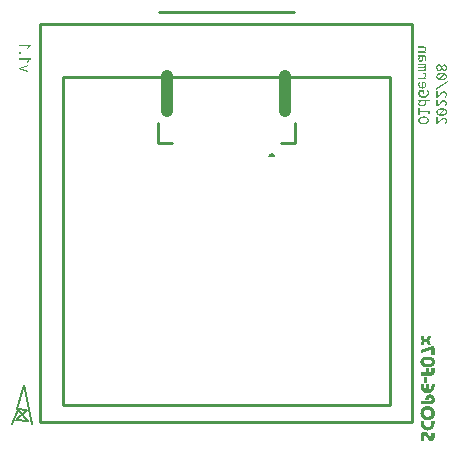
<source format=gbo>
G04*
G04 #@! TF.GenerationSoftware,Altium Limited,Altium Designer,19.1.5 (86)*
G04*
G04 Layer_Color=32896*
%FSLAX25Y25*%
%MOIN*%
G70*
G01*
G75*
%ADD15C,0.00600*%
%ADD16C,0.00800*%
%ADD17C,0.01000*%
%ADD84C,0.03937*%
G36*
X65924Y64892D02*
X66002Y64882D01*
X66071Y64868D01*
X66140Y64853D01*
X66199Y64833D01*
X66253Y64819D01*
X66298Y64799D01*
X66342Y64779D01*
X66376Y64759D01*
X66411Y64740D01*
X66435Y64725D01*
X66455Y64710D01*
X66470Y64701D01*
X66475Y64696D01*
X66480Y64691D01*
X66524Y64651D01*
X66558Y64607D01*
X66593Y64558D01*
X66617Y64509D01*
X66662Y64405D01*
X66691Y64307D01*
X66706Y64218D01*
X66716Y64179D01*
Y64144D01*
X66721Y64115D01*
Y64076D01*
X66716Y63992D01*
X66711Y63958D01*
Y63923D01*
X66706Y63894D01*
X66701Y63874D01*
X66696Y63859D01*
Y63854D01*
X66676Y63775D01*
X66667Y63741D01*
X66652Y63707D01*
X66642Y63682D01*
X66632Y63662D01*
X66627Y63648D01*
X66622Y63643D01*
X66578Y63564D01*
X66529Y63500D01*
X66509Y63471D01*
X66489Y63451D01*
X66480Y63436D01*
X66475Y63431D01*
X66401Y63352D01*
X66366Y63313D01*
X66327Y63279D01*
X66298Y63249D01*
X66273Y63229D01*
X66253Y63215D01*
X66248Y63210D01*
X66672Y63190D01*
Y62787D01*
X64044D01*
Y63239D01*
X65786D01*
X65840Y63283D01*
X65894Y63328D01*
X65939Y63367D01*
X65978Y63402D01*
X66007Y63426D01*
X66027Y63451D01*
X66042Y63461D01*
X66047Y63466D01*
X66120Y63539D01*
X66145Y63569D01*
X66170Y63598D01*
X66189Y63623D01*
X66204Y63638D01*
X66209Y63648D01*
X66214Y63652D01*
X66253Y63717D01*
X66283Y63771D01*
X66293Y63790D01*
X66298Y63805D01*
X66303Y63815D01*
Y63820D01*
X66317Y63884D01*
X66322Y63933D01*
X66327Y63958D01*
Y63987D01*
X66322Y64066D01*
X66303Y64135D01*
X66283Y64194D01*
X66253Y64243D01*
X66229Y64277D01*
X66204Y64307D01*
X66185Y64322D01*
X66180Y64327D01*
X66116Y64366D01*
X66047Y64395D01*
X65968Y64415D01*
X65894Y64430D01*
X65830Y64440D01*
X65771Y64445D01*
X65751D01*
X65737D01*
X65727D01*
X65722D01*
X64044D01*
Y64902D01*
X65756D01*
X65845D01*
X65924Y64892D01*
D02*
G37*
G36*
X65934Y61926D02*
X66007Y61921D01*
X66071Y61911D01*
X66130Y61896D01*
X66175Y61881D01*
X66209Y61871D01*
X66234Y61867D01*
X66239Y61862D01*
X66298Y61832D01*
X66352Y61803D01*
X66396Y61768D01*
X66435Y61734D01*
X66465Y61704D01*
X66489Y61680D01*
X66504Y61665D01*
X66509Y61660D01*
X66549Y61606D01*
X66578Y61552D01*
X66608Y61498D01*
X66627Y61448D01*
X66647Y61404D01*
X66657Y61370D01*
X66667Y61345D01*
Y61335D01*
X66686Y61261D01*
X66696Y61188D01*
X66706Y61114D01*
X66716Y61050D01*
Y60991D01*
X66721Y60947D01*
Y60809D01*
X66716Y60764D01*
Y60725D01*
X66711Y60696D01*
Y60671D01*
X66706Y60651D01*
Y60646D01*
X66696Y60553D01*
X66686Y60514D01*
X66681Y60474D01*
X66676Y60445D01*
X66672Y60420D01*
X66667Y60405D01*
Y60400D01*
X66647Y60317D01*
X66637Y60277D01*
X66632Y60243D01*
X66622Y60213D01*
X66617Y60194D01*
X66612Y60179D01*
Y60174D01*
X66593Y60100D01*
X66573Y60041D01*
X66563Y60017D01*
X66558Y59997D01*
X66553Y59987D01*
Y59982D01*
X66140D01*
X66175Y60066D01*
X66204Y60150D01*
X66229Y60223D01*
X66248Y60292D01*
X66263Y60351D01*
X66273Y60391D01*
X66283Y60420D01*
Y60430D01*
X66312Y60592D01*
X66322Y60666D01*
X66327Y60730D01*
X66332Y60784D01*
Y60868D01*
X66327Y60976D01*
X66312Y61070D01*
X66288Y61143D01*
X66263Y61207D01*
X66234Y61256D01*
X66214Y61291D01*
X66194Y61316D01*
X66189Y61320D01*
X66135Y61370D01*
X66076Y61409D01*
X66012Y61434D01*
X65953Y61453D01*
X65899Y61463D01*
X65860Y61473D01*
X65830D01*
X65825D01*
X65820D01*
X65589D01*
Y60824D01*
X65579Y60725D01*
X65570Y60632D01*
X65555Y60548D01*
X65535Y60469D01*
X65515Y60400D01*
X65496Y60331D01*
X65476Y60277D01*
X65456Y60223D01*
X65437Y60179D01*
X65417Y60145D01*
X65397Y60110D01*
X65382Y60085D01*
X65373Y60071D01*
X65368Y60061D01*
X65363Y60056D01*
X65319Y60002D01*
X65274Y59958D01*
X65225Y59918D01*
X65171Y59884D01*
X65122Y59859D01*
X65068Y59835D01*
X64969Y59800D01*
X64881Y59776D01*
X64841Y59771D01*
X64807Y59766D01*
X64782Y59761D01*
X64763D01*
X64748D01*
X64743D01*
X64630Y59771D01*
X64581Y59776D01*
X64536Y59785D01*
X64502Y59795D01*
X64472Y59800D01*
X64453Y59810D01*
X64448D01*
X64398Y59830D01*
X64354Y59854D01*
X64310Y59879D01*
X64275Y59904D01*
X64246Y59928D01*
X64226Y59948D01*
X64212Y59958D01*
X64207Y59962D01*
X64172Y60002D01*
X64143Y60046D01*
X64094Y60130D01*
X64079Y60169D01*
X64064Y60199D01*
X64059Y60218D01*
X64054Y60223D01*
X64034Y60287D01*
X64025Y60351D01*
X64015Y60420D01*
X64005Y60479D01*
Y60533D01*
X64000Y60573D01*
Y60612D01*
X64005Y60701D01*
X64015Y60789D01*
X64030Y60868D01*
X64044Y60937D01*
X64059Y60996D01*
X64074Y61040D01*
X64084Y61070D01*
X64089Y61079D01*
X64128Y61163D01*
X64177Y61242D01*
X64226Y61316D01*
X64275Y61379D01*
X64320Y61434D01*
X64359Y61478D01*
X64384Y61502D01*
X64394Y61512D01*
X64044Y61522D01*
Y61931D01*
X65855D01*
X65934Y61926D01*
D02*
G37*
G36*
X66091Y59170D02*
X66209Y59156D01*
X66312Y59131D01*
X66401Y59097D01*
X66475Y59062D01*
X66534Y59018D01*
X66583Y58974D01*
X66627Y58929D01*
X66657Y58885D01*
X66681Y58841D01*
X66696Y58797D01*
X66711Y58762D01*
X66716Y58728D01*
X66721Y58703D01*
Y58683D01*
X66716Y58605D01*
X66711Y58570D01*
X66701Y58541D01*
X66696Y58521D01*
X66686Y58501D01*
X66681Y58491D01*
Y58486D01*
X66647Y58428D01*
X66612Y58378D01*
X66593Y58359D01*
X66583Y58344D01*
X66573Y58339D01*
X66568Y58334D01*
X66514Y58285D01*
X66455Y58245D01*
X66430Y58231D01*
X66411Y58216D01*
X66396Y58211D01*
X66391Y58206D01*
X66312Y58162D01*
X66234Y58122D01*
X66199Y58108D01*
X66175Y58093D01*
X66155Y58088D01*
X66150Y58083D01*
X66253Y58078D01*
X66342Y58063D01*
X66411Y58049D01*
X66475Y58029D01*
X66519Y58004D01*
X66553Y57990D01*
X66573Y57975D01*
X66578Y57970D01*
X66627Y57926D01*
X66662Y57876D01*
X66686Y57822D01*
X66701Y57768D01*
X66716Y57724D01*
X66721Y57685D01*
Y57650D01*
X66716Y57586D01*
X66706Y57527D01*
X66701Y57507D01*
X66696Y57493D01*
X66691Y57483D01*
Y57478D01*
X66667Y57424D01*
X66632Y57375D01*
X66617Y57355D01*
X66608Y57340D01*
X66603Y57335D01*
X66598Y57330D01*
X66544Y57281D01*
X66489Y57242D01*
X66465Y57222D01*
X66445Y57207D01*
X66430Y57202D01*
X66426Y57197D01*
X66342Y57148D01*
X66263Y57109D01*
X66229Y57094D01*
X66199Y57079D01*
X66180Y57074D01*
X66175Y57070D01*
X66672Y57045D01*
Y56696D01*
X64044D01*
Y57119D01*
X65732D01*
X65796Y57148D01*
X65855Y57178D01*
X65909Y57202D01*
X65948Y57222D01*
X65983Y57242D01*
X66012Y57257D01*
X66027Y57261D01*
X66032Y57266D01*
X66076Y57291D01*
X66111Y57311D01*
X66145Y57330D01*
X66170Y57345D01*
X66189Y57360D01*
X66204Y57370D01*
X66214Y57380D01*
X66219D01*
X66263Y57419D01*
X66293Y57448D01*
X66307Y57468D01*
X66312Y57473D01*
X66332Y57507D01*
X66337Y57532D01*
X66342Y57552D01*
Y57562D01*
X66337Y57591D01*
X66332Y57616D01*
X66327Y57630D01*
X66322Y57635D01*
X66303Y57660D01*
X66283Y57675D01*
X66263Y57685D01*
X66253Y57689D01*
X66209Y57704D01*
X66165Y57714D01*
X66145D01*
X66130Y57719D01*
X66120D01*
X66116D01*
X66081Y57724D01*
X66042D01*
X65963Y57729D01*
X65929D01*
X65904D01*
X65884D01*
X65879D01*
X64044D01*
Y58147D01*
X65732D01*
X65796Y58177D01*
X65850Y58206D01*
X65899Y58231D01*
X65939Y58250D01*
X65973Y58265D01*
X65997Y58280D01*
X66012Y58285D01*
X66017Y58290D01*
X66062Y58314D01*
X66096Y58334D01*
X66130Y58354D01*
X66155Y58368D01*
X66175Y58383D01*
X66189Y58393D01*
X66199Y58403D01*
X66204D01*
X66253Y58437D01*
X66283Y58467D01*
X66303Y58486D01*
X66307Y58496D01*
X66327Y58531D01*
X66337Y58560D01*
X66342Y58585D01*
Y58595D01*
X66337Y58624D01*
X66332Y58649D01*
X66327Y58664D01*
X66322Y58669D01*
X66303Y58688D01*
X66283Y58703D01*
X66268Y58713D01*
X66258Y58718D01*
X66219Y58732D01*
X66180Y58742D01*
X66150Y58747D01*
X66140D01*
X66135D01*
X66071Y58752D01*
X66007Y58757D01*
X65978D01*
X65953D01*
X65939D01*
X65934D01*
X64044D01*
Y59175D01*
X65958D01*
X66091Y59170D01*
D02*
G37*
G36*
X65850Y56194D02*
X65934Y56184D01*
X66012Y56174D01*
X66081Y56159D01*
X66145Y56145D01*
X66204Y56125D01*
X66258Y56105D01*
X66303Y56086D01*
X66342Y56066D01*
X66376Y56051D01*
X66406Y56036D01*
X66426Y56022D01*
X66445Y56012D01*
X66450Y56007D01*
X66455Y56002D01*
X66504Y55963D01*
X66544Y55918D01*
X66578Y55869D01*
X66608Y55820D01*
X66657Y55717D01*
X66686Y55613D01*
X66706Y55525D01*
X66711Y55485D01*
X66716Y55451D01*
X66721Y55421D01*
Y55382D01*
X66716Y55298D01*
X66701Y55215D01*
X66681Y55136D01*
X66657Y55067D01*
X66632Y55008D01*
X66612Y54964D01*
X66598Y54934D01*
X66593Y54929D01*
Y54924D01*
X66539Y54841D01*
X66480Y54757D01*
X66411Y54678D01*
X66347Y54610D01*
X66283Y54550D01*
X66234Y54506D01*
X66214Y54492D01*
X66204Y54477D01*
X66194Y54472D01*
X66189Y54467D01*
X66672Y54452D01*
Y54039D01*
X64044D01*
Y54496D01*
X65732D01*
X65791Y54546D01*
X65845Y54590D01*
X65889Y54629D01*
X65929Y54664D01*
X65958Y54693D01*
X65983Y54713D01*
X65997Y54728D01*
X66002Y54733D01*
X66081Y54811D01*
X66111Y54851D01*
X66140Y54880D01*
X66160Y54905D01*
X66175Y54929D01*
X66185Y54939D01*
X66189Y54944D01*
X66239Y55013D01*
X66268Y55077D01*
X66278Y55097D01*
X66288Y55116D01*
X66293Y55126D01*
Y55131D01*
X66312Y55200D01*
X66322Y55259D01*
X66327Y55284D01*
Y55318D01*
X66322Y55392D01*
X66303Y55456D01*
X66278Y55510D01*
X66248Y55559D01*
X66219Y55594D01*
X66194Y55618D01*
X66175Y55633D01*
X66170Y55638D01*
X66106Y55672D01*
X66027Y55697D01*
X65943Y55717D01*
X65860Y55726D01*
X65786Y55736D01*
X65751D01*
X65727D01*
X65702D01*
X65683D01*
X65673D01*
X65668D01*
Y56199D01*
X65761D01*
X65850Y56194D01*
D02*
G37*
G36*
X65599Y53193D02*
X65693Y53188D01*
X65781Y53173D01*
X65855Y53163D01*
X65914Y53148D01*
X65963Y53134D01*
X65993Y53129D01*
X66002Y53124D01*
X66086Y53094D01*
X66160Y53060D01*
X66224Y53020D01*
X66278Y52986D01*
X66322Y52952D01*
X66357Y52927D01*
X66381Y52907D01*
X66386Y52902D01*
X66445Y52848D01*
X66494Y52789D01*
X66534Y52730D01*
X66568Y52671D01*
X66598Y52622D01*
X66617Y52583D01*
X66627Y52558D01*
X66632Y52553D01*
Y52548D01*
X66662Y52464D01*
X66681Y52381D01*
X66701Y52302D01*
X66711Y52223D01*
X66716Y52159D01*
X66721Y52105D01*
Y52061D01*
X66716Y51958D01*
X66701Y51859D01*
X66686Y51776D01*
X66667Y51702D01*
X66642Y51638D01*
X66627Y51594D01*
X66612Y51564D01*
X66608Y51559D01*
Y51554D01*
X66563Y51476D01*
X66514Y51402D01*
X66465Y51338D01*
X66421Y51284D01*
X66376Y51239D01*
X66342Y51205D01*
X66322Y51180D01*
X66312Y51175D01*
X66239Y51121D01*
X66165Y51077D01*
X66091Y51038D01*
X66022Y51003D01*
X65963Y50979D01*
X65919Y50959D01*
X65899Y50954D01*
X65884Y50949D01*
X65879Y50944D01*
X65874D01*
X65781Y50920D01*
X65688Y50900D01*
X65604Y50885D01*
X65520Y50875D01*
X65451Y50870D01*
X65402Y50865D01*
X65382D01*
X65368D01*
X65358D01*
X65353D01*
X65235Y50870D01*
X65127Y50875D01*
X65028Y50890D01*
X64945Y50905D01*
X64876Y50915D01*
X64822Y50929D01*
X64802Y50934D01*
X64787D01*
X64782Y50939D01*
X64777D01*
X64689Y50969D01*
X64605Y51008D01*
X64531Y51043D01*
X64467Y51082D01*
X64418Y51116D01*
X64379Y51146D01*
X64359Y51166D01*
X64349Y51170D01*
X64290Y51234D01*
X64236Y51298D01*
X64192Y51367D01*
X64152Y51431D01*
X64128Y51485D01*
X64103Y51530D01*
X64094Y51559D01*
X64089Y51564D01*
Y51569D01*
X64059Y51662D01*
X64039Y51766D01*
X64020Y51859D01*
X64010Y51953D01*
X64005Y52031D01*
Y52066D01*
X64000Y52095D01*
Y52243D01*
X64005Y52332D01*
X64010Y52415D01*
X64015Y52489D01*
X64020Y52548D01*
X64025Y52597D01*
X64030Y52627D01*
Y52637D01*
X64039Y52725D01*
X64054Y52804D01*
X64069Y52873D01*
X64084Y52937D01*
X64094Y52986D01*
X64103Y53025D01*
X64113Y53050D01*
Y53060D01*
X64487D01*
X64472Y52996D01*
X64458Y52937D01*
X64453Y52912D01*
X64448Y52893D01*
X64443Y52883D01*
Y52878D01*
X64428Y52804D01*
X64418Y52740D01*
X64413Y52710D01*
Y52691D01*
X64408Y52676D01*
Y52671D01*
X64398Y52592D01*
X64394Y52553D01*
X64389Y52519D01*
Y52489D01*
X64384Y52464D01*
Y52445D01*
X64379Y52361D01*
Y52322D01*
X64374Y52287D01*
Y52218D01*
X64379Y52140D01*
X64384Y52066D01*
X64408Y51938D01*
X64423Y51879D01*
X64443Y51825D01*
X64463Y51776D01*
X64482Y51731D01*
X64502Y51692D01*
X64521Y51658D01*
X64541Y51628D01*
X64556Y51608D01*
X64571Y51589D01*
X64581Y51574D01*
X64590Y51569D01*
Y51564D01*
X64635Y51525D01*
X64679Y51490D01*
X64777Y51436D01*
X64881Y51397D01*
X64984Y51372D01*
X65073Y51353D01*
X65112Y51348D01*
X65146D01*
X65171Y51343D01*
X65191D01*
X65205D01*
X65210D01*
Y53188D01*
X65255Y53193D01*
X65294D01*
X65324D01*
X65328D01*
X65333D01*
X65387Y53197D01*
X65437D01*
X65461D01*
X65481D01*
X65491D01*
X65496D01*
X65599Y53193D01*
D02*
G37*
G36*
X65953Y49099D02*
X65570D01*
Y49798D01*
X64477D01*
X64467Y49763D01*
X64458Y49734D01*
X64453Y49709D01*
X64448Y49704D01*
Y49699D01*
X64438Y49660D01*
X64428Y49621D01*
X64423Y49596D01*
Y49586D01*
X64418Y49547D01*
Y49507D01*
X64413Y49483D01*
Y49473D01*
X64408Y49434D01*
Y49365D01*
X64413Y49262D01*
X64423Y49163D01*
X64438Y49079D01*
X64453Y49006D01*
X64467Y48947D01*
X64482Y48907D01*
X64492Y48878D01*
X64497Y48868D01*
X64536Y48794D01*
X64576Y48725D01*
X64620Y48666D01*
X64664Y48617D01*
X64704Y48578D01*
X64733Y48548D01*
X64753Y48528D01*
X64763Y48524D01*
X64832Y48479D01*
X64900Y48435D01*
X64969Y48405D01*
X65038Y48376D01*
X65092Y48356D01*
X65141Y48337D01*
X65171Y48332D01*
X65176Y48327D01*
X65181D01*
X65279Y48307D01*
X65378Y48292D01*
X65471Y48282D01*
X65560Y48278D01*
X65633Y48273D01*
X65668Y48268D01*
X65693D01*
X65717D01*
X65732D01*
X65742D01*
X65747D01*
X65860Y48273D01*
X65963Y48278D01*
X66057Y48292D01*
X66135Y48307D01*
X66204Y48317D01*
X66253Y48332D01*
X66273Y48337D01*
X66288D01*
X66293Y48342D01*
X66298D01*
X66386Y48376D01*
X66470Y48410D01*
X66544Y48445D01*
X66608Y48484D01*
X66657Y48514D01*
X66696Y48538D01*
X66716Y48558D01*
X66726Y48563D01*
X66790Y48622D01*
X66844Y48681D01*
X66888Y48740D01*
X66927Y48799D01*
X66957Y48848D01*
X66982Y48888D01*
X66991Y48912D01*
X66996Y48922D01*
X67031Y49006D01*
X67055Y49089D01*
X67070Y49173D01*
X67085Y49247D01*
X67090Y49311D01*
X67095Y49365D01*
Y49498D01*
X67085Y49576D01*
X67075Y49650D01*
X67065Y49719D01*
X67055Y49773D01*
X67045Y49813D01*
X67041Y49837D01*
X67036Y49847D01*
X67011Y49926D01*
X66986Y49995D01*
X66962Y50064D01*
X66937Y50122D01*
X66913Y50172D01*
X66893Y50206D01*
X66883Y50231D01*
X66878Y50241D01*
X67346D01*
X67405Y50098D01*
X67424Y50034D01*
X67444Y49970D01*
X67459Y49921D01*
X67469Y49876D01*
X67474Y49852D01*
Y49842D01*
X67498Y49685D01*
X67503Y49611D01*
X67508Y49547D01*
X67513Y49488D01*
Y49404D01*
X67508Y49271D01*
X67493Y49148D01*
X67474Y49035D01*
X67454Y48937D01*
X67439Y48893D01*
X67429Y48853D01*
X67419Y48819D01*
X67410Y48794D01*
X67400Y48770D01*
X67395Y48755D01*
X67390Y48745D01*
Y48740D01*
X67341Y48632D01*
X67287Y48533D01*
X67228Y48445D01*
X67173Y48371D01*
X67119Y48312D01*
X67080Y48268D01*
X67050Y48238D01*
X67045Y48233D01*
X67041Y48228D01*
X66952Y48155D01*
X66854Y48086D01*
X66760Y48031D01*
X66672Y47982D01*
X66593Y47948D01*
X66558Y47933D01*
X66529Y47918D01*
X66509Y47913D01*
X66489Y47904D01*
X66480Y47899D01*
X66475D01*
X66347Y47859D01*
X66214Y47830D01*
X66086Y47810D01*
X65973Y47795D01*
X65919Y47790D01*
X65870Y47785D01*
X65825D01*
X65791Y47781D01*
X65756D01*
X65737D01*
X65722D01*
X65717D01*
X65565Y47785D01*
X65422Y47795D01*
X65294Y47815D01*
X65235Y47825D01*
X65186Y47835D01*
X65136Y47840D01*
X65092Y47850D01*
X65058Y47859D01*
X65028Y47869D01*
X65004Y47874D01*
X64984Y47879D01*
X64974Y47884D01*
X64969D01*
X64856Y47928D01*
X64753Y47977D01*
X64659Y48027D01*
X64581Y48076D01*
X64517Y48120D01*
X64472Y48155D01*
X64443Y48179D01*
X64438Y48189D01*
X64433D01*
X64359Y48268D01*
X64290Y48346D01*
X64236Y48425D01*
X64192Y48504D01*
X64152Y48568D01*
X64128Y48622D01*
X64118Y48642D01*
X64113Y48656D01*
X64108Y48661D01*
Y48666D01*
X64074Y48774D01*
X64044Y48888D01*
X64025Y48991D01*
X64015Y49089D01*
X64005Y49178D01*
Y49212D01*
X64000Y49242D01*
Y49301D01*
X64005Y49389D01*
Y49429D01*
X64010Y49468D01*
Y49498D01*
X64015Y49522D01*
Y49542D01*
X64025Y49630D01*
X64030Y49675D01*
X64034Y49709D01*
X64039Y49744D01*
X64044Y49768D01*
X64049Y49783D01*
Y49788D01*
X64069Y49876D01*
X64079Y49921D01*
X64089Y49955D01*
X64098Y49985D01*
X64108Y50009D01*
X64113Y50024D01*
Y50029D01*
X64143Y50118D01*
X64157Y50157D01*
X64172Y50191D01*
X64182Y50221D01*
X64192Y50241D01*
X64202Y50255D01*
Y50260D01*
X65953D01*
Y49099D01*
D02*
G37*
G36*
X67744Y46713D02*
X66637D01*
X66662Y46624D01*
X66667Y46585D01*
X66676Y46551D01*
X66681Y46516D01*
Y46492D01*
X66686Y46477D01*
Y46472D01*
X66696Y46383D01*
X66701Y46344D01*
X66706Y46305D01*
Y46226D01*
X66701Y46118D01*
X66691Y46019D01*
X66676Y45931D01*
X66662Y45852D01*
X66642Y45788D01*
X66627Y45739D01*
X66622Y45724D01*
X66617Y45709D01*
X66612Y45704D01*
Y45699D01*
X66573Y45616D01*
X66529Y45537D01*
X66485Y45468D01*
X66440Y45409D01*
X66401Y45360D01*
X66366Y45321D01*
X66347Y45301D01*
X66337Y45291D01*
X66268Y45232D01*
X66194Y45178D01*
X66120Y45134D01*
X66052Y45099D01*
X65993Y45070D01*
X65943Y45050D01*
X65924Y45040D01*
X65909Y45035D01*
X65904Y45030D01*
X65899D01*
X65801Y45001D01*
X65697Y44981D01*
X65594Y44961D01*
X65505Y44952D01*
X65422Y44947D01*
X65387D01*
X65358Y44942D01*
X65338D01*
X65319D01*
X65309D01*
X65304D01*
X65196Y44947D01*
X65097Y44952D01*
X65004Y44961D01*
X64925Y44971D01*
X64861Y44981D01*
X64812Y44986D01*
X64792Y44991D01*
X64777Y44996D01*
X64772D01*
X64767D01*
X64679Y45020D01*
X64600Y45050D01*
X64531Y45075D01*
X64472Y45104D01*
X64423Y45129D01*
X64384Y45148D01*
X64364Y45163D01*
X64354Y45168D01*
X64295Y45212D01*
X64241Y45262D01*
X64197Y45306D01*
X64157Y45355D01*
X64128Y45394D01*
X64108Y45424D01*
X64094Y45444D01*
X64089Y45453D01*
X64059Y45522D01*
X64039Y45586D01*
X64020Y45655D01*
X64010Y45719D01*
X64005Y45773D01*
X64000Y45813D01*
Y45852D01*
X64005Y45945D01*
X64020Y46039D01*
X64039Y46118D01*
X64064Y46191D01*
X64089Y46251D01*
X64108Y46295D01*
X64123Y46324D01*
X64128Y46334D01*
X64182Y46418D01*
X64251Y46492D01*
X64315Y46560D01*
X64384Y46624D01*
X64448Y46674D01*
X64497Y46713D01*
X64517Y46728D01*
X64531Y46738D01*
X64536Y46747D01*
X64541D01*
X64044Y46762D01*
Y47170D01*
X67744D01*
Y46713D01*
D02*
G37*
G36*
X64423Y43481D02*
X67744D01*
Y42241D01*
X67370D01*
Y43018D01*
X64423D01*
Y42152D01*
X64044D01*
Y44263D01*
X64423D01*
Y43481D01*
D02*
G37*
G36*
X65924Y41552D02*
X66062Y41547D01*
X66185Y41532D01*
X66288Y41517D01*
X66337Y41513D01*
X66376Y41503D01*
X66411Y41498D01*
X66445Y41493D01*
X66465Y41488D01*
X66485Y41483D01*
X66494Y41478D01*
X66499D01*
X66617Y41444D01*
X66721Y41404D01*
X66814Y41365D01*
X66893Y41326D01*
X66957Y41291D01*
X67006Y41262D01*
X67036Y41242D01*
X67045Y41232D01*
X67124Y41168D01*
X67193Y41099D01*
X67252Y41030D01*
X67301Y40966D01*
X67341Y40912D01*
X67370Y40863D01*
X67385Y40834D01*
X67390Y40829D01*
Y40824D01*
X67429Y40730D01*
X67459Y40632D01*
X67483Y40538D01*
X67498Y40450D01*
X67508Y40371D01*
Y40337D01*
X67513Y40307D01*
Y40253D01*
X67508Y40150D01*
X67498Y40056D01*
X67478Y39968D01*
X67459Y39889D01*
X67439Y39825D01*
X67419Y39776D01*
X67414Y39756D01*
X67410Y39741D01*
X67405Y39736D01*
Y39731D01*
X67360Y39643D01*
X67311Y39559D01*
X67257Y39485D01*
X67203Y39421D01*
X67154Y39372D01*
X67114Y39333D01*
X67090Y39308D01*
X67085Y39298D01*
X67080D01*
X66996Y39235D01*
X66903Y39176D01*
X66809Y39126D01*
X66726Y39087D01*
X66647Y39053D01*
X66612Y39038D01*
X66583Y39028D01*
X66563Y39018D01*
X66544Y39013D01*
X66534Y39008D01*
X66529D01*
X66401Y38974D01*
X66263Y38944D01*
X66130Y38925D01*
X66007Y38915D01*
X65953Y38910D01*
X65899Y38905D01*
X65855D01*
X65816Y38900D01*
X65781D01*
X65756D01*
X65742D01*
X65737D01*
X65589Y38905D01*
X65451Y38915D01*
X65328Y38925D01*
X65220Y38939D01*
X65176Y38949D01*
X65132Y38954D01*
X65097Y38959D01*
X65068Y38969D01*
X65043Y38974D01*
X65023D01*
X65013Y38979D01*
X65009D01*
X64890Y39013D01*
X64787Y39048D01*
X64694Y39087D01*
X64610Y39126D01*
X64546Y39161D01*
X64497Y39190D01*
X64482Y39200D01*
X64467Y39210D01*
X64463Y39215D01*
X64458D01*
X64379Y39279D01*
X64310Y39348D01*
X64251Y39417D01*
X64202Y39481D01*
X64162Y39535D01*
X64138Y39584D01*
X64118Y39613D01*
X64113Y39618D01*
Y39623D01*
X64074Y39717D01*
X64049Y39815D01*
X64030Y39913D01*
X64015Y40002D01*
X64005Y40081D01*
Y40115D01*
X64000Y40145D01*
Y40199D01*
X64005Y40302D01*
X64015Y40396D01*
X64034Y40484D01*
X64054Y40563D01*
X64069Y40627D01*
X64089Y40676D01*
X64094Y40696D01*
X64098Y40711D01*
X64103Y40716D01*
Y40720D01*
X64148Y40809D01*
X64197Y40893D01*
X64251Y40966D01*
X64300Y41030D01*
X64349Y41085D01*
X64389Y41119D01*
X64413Y41144D01*
X64423Y41153D01*
X64512Y41222D01*
X64605Y41276D01*
X64699Y41331D01*
X64782Y41370D01*
X64861Y41404D01*
X64895Y41419D01*
X64925Y41429D01*
X64945Y41439D01*
X64964Y41444D01*
X64974Y41449D01*
X64979D01*
X65112Y41483D01*
X65245Y41513D01*
X65378Y41532D01*
X65505Y41542D01*
X65560Y41547D01*
X65614Y41552D01*
X65658D01*
X65697Y41557D01*
X65732D01*
X65756D01*
X65771D01*
X65776D01*
X65924Y41552D01*
D02*
G37*
G36*
X71023Y58956D02*
X71073Y58951D01*
X71122Y58941D01*
X71156Y58931D01*
X71186Y58921D01*
X71205Y58916D01*
X71210Y58911D01*
X71309Y58867D01*
X71348Y58842D01*
X71387Y58818D01*
X71417Y58798D01*
X71442Y58778D01*
X71456Y58769D01*
X71461Y58764D01*
X71540Y58685D01*
X71574Y58646D01*
X71604Y58611D01*
X71628Y58582D01*
X71648Y58557D01*
X71658Y58537D01*
X71663Y58532D01*
X71732Y58434D01*
X71756Y58390D01*
X71786Y58345D01*
X71806Y58306D01*
X71820Y58277D01*
X71830Y58257D01*
X71835Y58252D01*
X71894Y58360D01*
X71958Y58454D01*
X72022Y58537D01*
X72076Y58601D01*
X72125Y58655D01*
X72165Y58695D01*
X72189Y58714D01*
X72199Y58724D01*
X72283Y58778D01*
X72366Y58823D01*
X72455Y58852D01*
X72534Y58872D01*
X72603Y58882D01*
X72662Y58892D01*
X72681D01*
X72696D01*
X72706D01*
X72711D01*
X72780Y58887D01*
X72839Y58882D01*
X72893Y58872D01*
X72942Y58857D01*
X72986Y58842D01*
X73016Y58833D01*
X73036Y58828D01*
X73041Y58823D01*
X73095Y58793D01*
X73144Y58764D01*
X73188Y58729D01*
X73228Y58695D01*
X73257Y58665D01*
X73277Y58641D01*
X73291Y58621D01*
X73296Y58616D01*
X73331Y58562D01*
X73365Y58508D01*
X73390Y58454D01*
X73414Y58400D01*
X73429Y58350D01*
X73444Y58316D01*
X73454Y58291D01*
Y58281D01*
X73474Y58203D01*
X73488Y58124D01*
X73498Y58045D01*
X73508Y57976D01*
Y57912D01*
X73513Y57863D01*
Y57819D01*
X73508Y57716D01*
X73503Y57622D01*
X73488Y57539D01*
X73478Y57470D01*
X73464Y57411D01*
X73449Y57366D01*
X73444Y57337D01*
X73439Y57332D01*
Y57327D01*
X73410Y57253D01*
X73380Y57184D01*
X73351Y57125D01*
X73316Y57076D01*
X73291Y57037D01*
X73267Y57007D01*
X73252Y56988D01*
X73247Y56983D01*
X73203Y56938D01*
X73154Y56894D01*
X73109Y56860D01*
X73065Y56830D01*
X73026Y56810D01*
X72996Y56796D01*
X72977Y56786D01*
X72972Y56781D01*
X72913Y56756D01*
X72859Y56741D01*
X72804Y56727D01*
X72755Y56722D01*
X72716Y56717D01*
X72686Y56712D01*
X72667D01*
X72657D01*
X72558Y56717D01*
X72470Y56737D01*
X72386Y56761D01*
X72312Y56791D01*
X72258Y56815D01*
X72214Y56840D01*
X72184Y56860D01*
X72180Y56865D01*
X72175D01*
X72101Y56933D01*
X72027Y57007D01*
X71963Y57091D01*
X71909Y57170D01*
X71860Y57243D01*
X71825Y57302D01*
X71816Y57327D01*
X71806Y57342D01*
X71796Y57352D01*
Y57357D01*
X71727Y57229D01*
X71653Y57115D01*
X71584Y57022D01*
X71520Y56943D01*
X71466Y56884D01*
X71422Y56845D01*
X71392Y56820D01*
X71387Y56810D01*
X71382D01*
X71294Y56751D01*
X71201Y56712D01*
X71112Y56682D01*
X71028Y56658D01*
X70955Y56648D01*
X70920Y56643D01*
X70895D01*
X70871Y56638D01*
X70856D01*
X70846D01*
X70841D01*
X70772Y56643D01*
X70709Y56648D01*
X70649Y56663D01*
X70600Y56678D01*
X70556Y56687D01*
X70526Y56702D01*
X70502Y56707D01*
X70497Y56712D01*
X70443Y56741D01*
X70394Y56776D01*
X70344Y56815D01*
X70305Y56850D01*
X70275Y56879D01*
X70251Y56904D01*
X70236Y56924D01*
X70231Y56928D01*
X70192Y56983D01*
X70157Y57047D01*
X70128Y57106D01*
X70103Y57160D01*
X70084Y57209D01*
X70069Y57248D01*
X70064Y57273D01*
X70059Y57283D01*
X70039Y57366D01*
X70025Y57450D01*
X70015Y57534D01*
X70010Y57612D01*
X70005Y57681D01*
X70000Y57730D01*
Y57780D01*
X70005Y57873D01*
X70010Y57962D01*
X70020Y58040D01*
X70029Y58114D01*
X70039Y58168D01*
X70044Y58213D01*
X70054Y58242D01*
Y58252D01*
X70079Y58331D01*
X70108Y58400D01*
X70133Y58464D01*
X70162Y58523D01*
X70187Y58567D01*
X70207Y58596D01*
X70221Y58621D01*
X70226Y58626D01*
X70271Y58685D01*
X70320Y58734D01*
X70369Y58778D01*
X70413Y58813D01*
X70453Y58842D01*
X70482Y58862D01*
X70507Y58872D01*
X70512Y58877D01*
X70576Y58906D01*
X70644Y58926D01*
X70709Y58946D01*
X70772Y58956D01*
X70822Y58960D01*
X70866Y58965D01*
X70890D01*
X70900D01*
X70964D01*
X71023Y58956D01*
D02*
G37*
G36*
X71919Y56087D02*
X72066Y56077D01*
X72204Y56063D01*
X72263Y56058D01*
X72317Y56048D01*
X72366Y56038D01*
X72411Y56033D01*
X72450Y56023D01*
X72480Y56018D01*
X72504Y56013D01*
X72524Y56008D01*
X72534Y56003D01*
X72539D01*
X72657Y55969D01*
X72765Y55930D01*
X72859Y55890D01*
X72942Y55851D01*
X73006Y55812D01*
X73050Y55782D01*
X73080Y55762D01*
X73090Y55757D01*
X73164Y55694D01*
X73232Y55630D01*
X73287Y55566D01*
X73331Y55507D01*
X73365Y55453D01*
X73390Y55413D01*
X73405Y55384D01*
X73410Y55379D01*
Y55374D01*
X73444Y55290D01*
X73469Y55202D01*
X73488Y55118D01*
X73498Y55044D01*
X73508Y54975D01*
X73513Y54921D01*
Y54877D01*
X73508Y54759D01*
X73493Y54655D01*
X73474Y54557D01*
X73449Y54478D01*
X73424Y54409D01*
X73405Y54360D01*
X73395Y54341D01*
X73390Y54326D01*
X73385Y54321D01*
Y54316D01*
X73336Y54232D01*
X73277Y54154D01*
X73218Y54090D01*
X73159Y54031D01*
X73109Y53986D01*
X73065Y53952D01*
X73036Y53932D01*
X73031Y53922D01*
X73026D01*
X72937Y53868D01*
X72844Y53819D01*
X72750Y53775D01*
X72662Y53745D01*
X72583Y53716D01*
X72553Y53706D01*
X72524Y53696D01*
X72499Y53691D01*
X72485Y53686D01*
X72475Y53681D01*
X72470D01*
X72347Y53657D01*
X72219Y53637D01*
X72101Y53622D01*
X71988Y53612D01*
X71939Y53607D01*
X71894D01*
X71855D01*
X71820Y53603D01*
X71791D01*
X71771D01*
X71756D01*
X71751D01*
X71589Y53607D01*
X71437Y53617D01*
X71304Y53632D01*
X71245Y53637D01*
X71191Y53647D01*
X71136Y53657D01*
X71092Y53662D01*
X71058Y53671D01*
X71023Y53676D01*
X70999Y53681D01*
X70979Y53686D01*
X70969Y53691D01*
X70964D01*
X70846Y53726D01*
X70738Y53765D01*
X70644Y53809D01*
X70566Y53849D01*
X70502Y53883D01*
X70453Y53913D01*
X70423Y53932D01*
X70418Y53937D01*
X70413D01*
X70340Y54001D01*
X70275Y54065D01*
X70221Y54129D01*
X70177Y54188D01*
X70143Y54242D01*
X70118Y54282D01*
X70103Y54311D01*
X70098Y54321D01*
X70064Y54409D01*
X70039Y54493D01*
X70025Y54582D01*
X70015Y54655D01*
X70005Y54724D01*
X70000Y54778D01*
Y54823D01*
X70005Y54941D01*
X70020Y55044D01*
X70039Y55138D01*
X70064Y55221D01*
X70084Y55285D01*
X70103Y55339D01*
X70113Y55354D01*
X70118Y55369D01*
X70123Y55374D01*
Y55379D01*
X70177Y55467D01*
X70231Y55541D01*
X70295Y55610D01*
X70349Y55669D01*
X70403Y55713D01*
X70443Y55748D01*
X70472Y55772D01*
X70477Y55777D01*
X70482D01*
X70571Y55836D01*
X70664Y55880D01*
X70758Y55925D01*
X70846Y55954D01*
X70920Y55984D01*
X70955Y55994D01*
X70979Y55999D01*
X71004Y56003D01*
X71018Y56008D01*
X71028Y56013D01*
X71033D01*
X71156Y56038D01*
X71284Y56058D01*
X71402Y56072D01*
X71515Y56082D01*
X71565Y56087D01*
X71609D01*
X71648Y56092D01*
X71688D01*
X71712D01*
X71732D01*
X71747D01*
X71751D01*
X71919Y56087D01*
D02*
G37*
G36*
X73744Y52884D02*
X70044Y50473D01*
Y50906D01*
X73744Y53322D01*
Y52884D01*
D02*
G37*
G36*
X70477Y48446D02*
X71082Y49066D01*
X71161Y49145D01*
X71235Y49219D01*
X71299Y49283D01*
X71358Y49342D01*
X71402Y49386D01*
X71442Y49421D01*
X71461Y49445D01*
X71471Y49450D01*
X71540Y49509D01*
X71604Y49558D01*
X71658Y49608D01*
X71712Y49642D01*
X71756Y49676D01*
X71786Y49696D01*
X71811Y49711D01*
X71816Y49716D01*
X71879Y49755D01*
X71939Y49785D01*
X71993Y49814D01*
X72047Y49834D01*
X72086Y49854D01*
X72120Y49863D01*
X72145Y49873D01*
X72150D01*
X72214Y49893D01*
X72278Y49903D01*
X72337Y49913D01*
X72396Y49922D01*
X72445D01*
X72480Y49927D01*
X72504D01*
X72514D01*
X72598Y49922D01*
X72681Y49918D01*
X72750Y49903D01*
X72814Y49893D01*
X72863Y49878D01*
X72903Y49863D01*
X72922Y49858D01*
X72932Y49854D01*
X73001Y49824D01*
X73060Y49790D01*
X73114Y49755D01*
X73159Y49721D01*
X73198Y49691D01*
X73223Y49667D01*
X73242Y49647D01*
X73247Y49642D01*
X73296Y49588D01*
X73336Y49534D01*
X73370Y49480D01*
X73395Y49430D01*
X73414Y49386D01*
X73434Y49347D01*
X73439Y49327D01*
X73444Y49317D01*
X73469Y49248D01*
X73483Y49175D01*
X73498Y49106D01*
X73503Y49042D01*
X73508Y48988D01*
X73513Y48943D01*
Y48904D01*
X73508Y48781D01*
X73493Y48673D01*
X73474Y48569D01*
X73454Y48486D01*
X73429Y48412D01*
X73419Y48382D01*
X73410Y48358D01*
X73400Y48338D01*
X73395Y48323D01*
X73390Y48318D01*
Y48314D01*
X73341Y48220D01*
X73287Y48136D01*
X73232Y48063D01*
X73183Y47994D01*
X73134Y47940D01*
X73100Y47900D01*
X73075Y47876D01*
X73065Y47866D01*
X72760Y48122D01*
X72814Y48176D01*
X72868Y48235D01*
X72908Y48289D01*
X72947Y48338D01*
X72972Y48382D01*
X72996Y48417D01*
X73006Y48437D01*
X73011Y48446D01*
X73045Y48515D01*
X73070Y48584D01*
X73085Y48648D01*
X73100Y48712D01*
X73105Y48766D01*
X73109Y48806D01*
Y48904D01*
X73100Y48953D01*
X73095Y48997D01*
X73085Y49037D01*
X73075Y49066D01*
X73070Y49091D01*
X73060Y49106D01*
Y49111D01*
X73016Y49189D01*
X72996Y49219D01*
X72972Y49243D01*
X72952Y49263D01*
X72937Y49278D01*
X72927Y49288D01*
X72922Y49293D01*
X72859Y49342D01*
X72795Y49376D01*
X72765Y49386D01*
X72745Y49396D01*
X72731Y49401D01*
X72726D01*
X72642Y49421D01*
X72598Y49426D01*
X72563Y49430D01*
X72529Y49435D01*
X72504D01*
X72490D01*
X72485D01*
X72391Y49430D01*
X72347Y49426D01*
X72307Y49421D01*
X72278Y49416D01*
X72253Y49411D01*
X72239Y49406D01*
X72234D01*
X72189Y49396D01*
X72150Y49381D01*
X72106Y49362D01*
X72066Y49347D01*
X72037Y49327D01*
X72012Y49317D01*
X71993Y49307D01*
X71988Y49303D01*
X71939Y49273D01*
X71889Y49238D01*
X71840Y49204D01*
X71796Y49170D01*
X71761Y49140D01*
X71727Y49115D01*
X71707Y49096D01*
X71702Y49091D01*
X71643Y49037D01*
X71579Y48983D01*
X71515Y48924D01*
X71461Y48865D01*
X71407Y48815D01*
X71368Y48776D01*
X71343Y48751D01*
X71338Y48746D01*
X71333Y48742D01*
X70453Y47856D01*
X70044D01*
Y50109D01*
X70477D01*
Y48446D01*
D02*
G37*
G36*
Y45494D02*
X71082Y46114D01*
X71161Y46193D01*
X71235Y46267D01*
X71299Y46331D01*
X71358Y46390D01*
X71402Y46434D01*
X71442Y46469D01*
X71461Y46493D01*
X71471Y46498D01*
X71540Y46557D01*
X71604Y46606D01*
X71658Y46655D01*
X71712Y46690D01*
X71756Y46724D01*
X71786Y46744D01*
X71811Y46759D01*
X71816Y46764D01*
X71879Y46803D01*
X71939Y46833D01*
X71993Y46862D01*
X72047Y46882D01*
X72086Y46902D01*
X72120Y46911D01*
X72145Y46921D01*
X72150D01*
X72214Y46941D01*
X72278Y46951D01*
X72337Y46961D01*
X72396Y46970D01*
X72445D01*
X72480Y46975D01*
X72504D01*
X72514D01*
X72598Y46970D01*
X72681Y46966D01*
X72750Y46951D01*
X72814Y46941D01*
X72863Y46926D01*
X72903Y46911D01*
X72922Y46906D01*
X72932Y46902D01*
X73001Y46872D01*
X73060Y46838D01*
X73114Y46803D01*
X73159Y46769D01*
X73198Y46739D01*
X73223Y46715D01*
X73242Y46695D01*
X73247Y46690D01*
X73296Y46636D01*
X73336Y46582D01*
X73370Y46528D01*
X73395Y46478D01*
X73414Y46434D01*
X73434Y46395D01*
X73439Y46375D01*
X73444Y46365D01*
X73469Y46296D01*
X73483Y46223D01*
X73498Y46154D01*
X73503Y46090D01*
X73508Y46036D01*
X73513Y45991D01*
Y45952D01*
X73508Y45829D01*
X73493Y45721D01*
X73474Y45617D01*
X73454Y45534D01*
X73429Y45460D01*
X73419Y45430D01*
X73410Y45406D01*
X73400Y45386D01*
X73395Y45371D01*
X73390Y45366D01*
Y45362D01*
X73341Y45268D01*
X73287Y45184D01*
X73232Y45111D01*
X73183Y45042D01*
X73134Y44988D01*
X73100Y44948D01*
X73075Y44924D01*
X73065Y44914D01*
X72760Y45170D01*
X72814Y45224D01*
X72868Y45283D01*
X72908Y45337D01*
X72947Y45386D01*
X72972Y45430D01*
X72996Y45465D01*
X73006Y45485D01*
X73011Y45494D01*
X73045Y45563D01*
X73070Y45632D01*
X73085Y45696D01*
X73100Y45760D01*
X73105Y45814D01*
X73109Y45854D01*
Y45952D01*
X73100Y46001D01*
X73095Y46045D01*
X73085Y46085D01*
X73075Y46114D01*
X73070Y46139D01*
X73060Y46154D01*
Y46159D01*
X73016Y46237D01*
X72996Y46267D01*
X72972Y46291D01*
X72952Y46311D01*
X72937Y46326D01*
X72927Y46336D01*
X72922Y46341D01*
X72859Y46390D01*
X72795Y46424D01*
X72765Y46434D01*
X72745Y46444D01*
X72731Y46449D01*
X72726D01*
X72642Y46469D01*
X72598Y46474D01*
X72563Y46478D01*
X72529Y46483D01*
X72504D01*
X72490D01*
X72485D01*
X72391Y46478D01*
X72347Y46474D01*
X72307Y46469D01*
X72278Y46464D01*
X72253Y46459D01*
X72239Y46454D01*
X72234D01*
X72189Y46444D01*
X72150Y46429D01*
X72106Y46409D01*
X72066Y46395D01*
X72037Y46375D01*
X72012Y46365D01*
X71993Y46355D01*
X71988Y46350D01*
X71939Y46321D01*
X71889Y46286D01*
X71840Y46252D01*
X71796Y46218D01*
X71761Y46188D01*
X71727Y46163D01*
X71707Y46144D01*
X71702Y46139D01*
X71643Y46085D01*
X71579Y46031D01*
X71515Y45972D01*
X71461Y45913D01*
X71407Y45863D01*
X71368Y45824D01*
X71343Y45799D01*
X71338Y45794D01*
X71333Y45790D01*
X70453Y44904D01*
X70044D01*
Y47157D01*
X70477D01*
Y45494D01*
D02*
G37*
G36*
X71919Y44279D02*
X72066Y44269D01*
X72204Y44255D01*
X72263Y44250D01*
X72317Y44240D01*
X72366Y44230D01*
X72411Y44225D01*
X72450Y44215D01*
X72480Y44210D01*
X72504Y44205D01*
X72524Y44200D01*
X72534Y44196D01*
X72539D01*
X72657Y44161D01*
X72765Y44122D01*
X72859Y44082D01*
X72942Y44043D01*
X73006Y44004D01*
X73050Y43974D01*
X73080Y43954D01*
X73090Y43949D01*
X73164Y43886D01*
X73232Y43822D01*
X73287Y43758D01*
X73331Y43699D01*
X73365Y43644D01*
X73390Y43605D01*
X73405Y43576D01*
X73410Y43571D01*
Y43566D01*
X73444Y43482D01*
X73469Y43394D01*
X73488Y43310D01*
X73498Y43236D01*
X73508Y43167D01*
X73513Y43113D01*
Y43069D01*
X73508Y42951D01*
X73493Y42847D01*
X73474Y42749D01*
X73449Y42670D01*
X73424Y42601D01*
X73405Y42552D01*
X73395Y42533D01*
X73390Y42518D01*
X73385Y42513D01*
Y42508D01*
X73336Y42424D01*
X73277Y42346D01*
X73218Y42282D01*
X73159Y42223D01*
X73109Y42178D01*
X73065Y42144D01*
X73036Y42124D01*
X73031Y42114D01*
X73026D01*
X72937Y42060D01*
X72844Y42011D01*
X72750Y41967D01*
X72662Y41937D01*
X72583Y41908D01*
X72553Y41898D01*
X72524Y41888D01*
X72499Y41883D01*
X72485Y41878D01*
X72475Y41873D01*
X72470D01*
X72347Y41849D01*
X72219Y41829D01*
X72101Y41814D01*
X71988Y41804D01*
X71939Y41800D01*
X71894D01*
X71855D01*
X71820Y41795D01*
X71791D01*
X71771D01*
X71756D01*
X71751D01*
X71589Y41800D01*
X71437Y41809D01*
X71304Y41824D01*
X71245Y41829D01*
X71191Y41839D01*
X71136Y41849D01*
X71092Y41854D01*
X71058Y41863D01*
X71023Y41868D01*
X70999Y41873D01*
X70979Y41878D01*
X70969Y41883D01*
X70964D01*
X70846Y41918D01*
X70738Y41957D01*
X70644Y42001D01*
X70566Y42041D01*
X70502Y42075D01*
X70453Y42105D01*
X70423Y42124D01*
X70418Y42129D01*
X70413D01*
X70340Y42193D01*
X70275Y42257D01*
X70221Y42321D01*
X70177Y42380D01*
X70143Y42434D01*
X70118Y42474D01*
X70103Y42503D01*
X70098Y42513D01*
X70064Y42601D01*
X70039Y42685D01*
X70025Y42774D01*
X70015Y42847D01*
X70005Y42916D01*
X70000Y42970D01*
Y43015D01*
X70005Y43133D01*
X70020Y43236D01*
X70039Y43330D01*
X70064Y43413D01*
X70084Y43477D01*
X70103Y43531D01*
X70113Y43546D01*
X70118Y43561D01*
X70123Y43566D01*
Y43571D01*
X70177Y43659D01*
X70231Y43733D01*
X70295Y43802D01*
X70349Y43861D01*
X70403Y43905D01*
X70443Y43940D01*
X70472Y43964D01*
X70477Y43969D01*
X70482D01*
X70571Y44028D01*
X70664Y44072D01*
X70758Y44117D01*
X70846Y44146D01*
X70920Y44176D01*
X70955Y44186D01*
X70979Y44191D01*
X71004Y44196D01*
X71018Y44200D01*
X71028Y44205D01*
X71033D01*
X71156Y44230D01*
X71284Y44250D01*
X71402Y44264D01*
X71515Y44274D01*
X71565Y44279D01*
X71609D01*
X71648Y44284D01*
X71688D01*
X71712D01*
X71732D01*
X71747D01*
X71751D01*
X71919Y44279D01*
D02*
G37*
G36*
X70477Y39590D02*
X71082Y40210D01*
X71161Y40289D01*
X71235Y40363D01*
X71299Y40427D01*
X71358Y40486D01*
X71402Y40530D01*
X71442Y40565D01*
X71461Y40589D01*
X71471Y40594D01*
X71540Y40653D01*
X71604Y40702D01*
X71658Y40751D01*
X71712Y40786D01*
X71756Y40820D01*
X71786Y40840D01*
X71811Y40855D01*
X71816Y40860D01*
X71879Y40899D01*
X71939Y40929D01*
X71993Y40958D01*
X72047Y40978D01*
X72086Y40997D01*
X72120Y41007D01*
X72145Y41017D01*
X72150D01*
X72214Y41037D01*
X72278Y41047D01*
X72337Y41057D01*
X72396Y41066D01*
X72445D01*
X72480Y41071D01*
X72504D01*
X72514D01*
X72598Y41066D01*
X72681Y41061D01*
X72750Y41047D01*
X72814Y41037D01*
X72863Y41022D01*
X72903Y41007D01*
X72922Y41002D01*
X72932Y40997D01*
X73001Y40968D01*
X73060Y40934D01*
X73114Y40899D01*
X73159Y40865D01*
X73198Y40835D01*
X73223Y40811D01*
X73242Y40791D01*
X73247Y40786D01*
X73296Y40732D01*
X73336Y40678D01*
X73370Y40624D01*
X73395Y40574D01*
X73414Y40530D01*
X73434Y40491D01*
X73439Y40471D01*
X73444Y40461D01*
X73469Y40392D01*
X73483Y40319D01*
X73498Y40250D01*
X73503Y40186D01*
X73508Y40132D01*
X73513Y40087D01*
Y40048D01*
X73508Y39925D01*
X73493Y39817D01*
X73474Y39713D01*
X73454Y39630D01*
X73429Y39556D01*
X73419Y39526D01*
X73410Y39502D01*
X73400Y39482D01*
X73395Y39467D01*
X73390Y39463D01*
Y39458D01*
X73341Y39364D01*
X73287Y39280D01*
X73232Y39207D01*
X73183Y39138D01*
X73134Y39084D01*
X73100Y39044D01*
X73075Y39020D01*
X73065Y39010D01*
X72760Y39266D01*
X72814Y39320D01*
X72868Y39379D01*
X72908Y39433D01*
X72947Y39482D01*
X72972Y39526D01*
X72996Y39561D01*
X73006Y39581D01*
X73011Y39590D01*
X73045Y39659D01*
X73070Y39728D01*
X73085Y39792D01*
X73100Y39856D01*
X73105Y39910D01*
X73109Y39950D01*
Y40048D01*
X73100Y40097D01*
X73095Y40141D01*
X73085Y40181D01*
X73075Y40210D01*
X73070Y40235D01*
X73060Y40250D01*
Y40255D01*
X73016Y40333D01*
X72996Y40363D01*
X72972Y40387D01*
X72952Y40407D01*
X72937Y40422D01*
X72927Y40432D01*
X72922Y40437D01*
X72859Y40486D01*
X72795Y40520D01*
X72765Y40530D01*
X72745Y40540D01*
X72731Y40545D01*
X72726D01*
X72642Y40565D01*
X72598Y40569D01*
X72563Y40574D01*
X72529Y40579D01*
X72504D01*
X72490D01*
X72485D01*
X72391Y40574D01*
X72347Y40569D01*
X72307Y40565D01*
X72278Y40560D01*
X72253Y40555D01*
X72239Y40550D01*
X72234D01*
X72189Y40540D01*
X72150Y40525D01*
X72106Y40505D01*
X72066Y40491D01*
X72037Y40471D01*
X72012Y40461D01*
X71993Y40451D01*
X71988Y40446D01*
X71939Y40417D01*
X71889Y40383D01*
X71840Y40348D01*
X71796Y40314D01*
X71761Y40284D01*
X71727Y40260D01*
X71707Y40240D01*
X71702Y40235D01*
X71643Y40181D01*
X71579Y40127D01*
X71515Y40068D01*
X71461Y40009D01*
X71407Y39959D01*
X71368Y39920D01*
X71343Y39895D01*
X71338Y39891D01*
X71333Y39886D01*
X70453Y39000D01*
X70044D01*
Y41253D01*
X70477D01*
Y39590D01*
D02*
G37*
G36*
X68091Y-31702D02*
X68085Y-31874D01*
X68069Y-32035D01*
X68047Y-32173D01*
X68030Y-32240D01*
X68019Y-32296D01*
X68008Y-32346D01*
X67991Y-32395D01*
X67980Y-32434D01*
X67969Y-32468D01*
X67958Y-32495D01*
X67952Y-32512D01*
X67947Y-32523D01*
Y-32529D01*
X67891Y-32651D01*
X67819Y-32762D01*
X67747Y-32862D01*
X67680Y-32945D01*
X67614Y-33011D01*
X67564Y-33062D01*
X67542Y-33084D01*
X67525Y-33095D01*
X67519Y-33100D01*
X67514Y-33106D01*
X67619Y-33206D01*
X67708Y-33311D01*
X67786Y-33411D01*
X67847Y-33505D01*
X67891Y-33583D01*
X67924Y-33650D01*
X67936Y-33672D01*
X67947Y-33689D01*
X67952Y-33700D01*
Y-33705D01*
X67997Y-33833D01*
X68030Y-33972D01*
X68058Y-34105D01*
X68074Y-34233D01*
X68080Y-34288D01*
X68085Y-34343D01*
Y-34388D01*
X68091Y-34432D01*
Y-34538D01*
X67081D01*
Y-34443D01*
X67075Y-34310D01*
X67053Y-34194D01*
X67026Y-34094D01*
X66992Y-34010D01*
X66959Y-33944D01*
X66931Y-33894D01*
X66909Y-33866D01*
X66903Y-33855D01*
X66831Y-33783D01*
X66754Y-33727D01*
X66676Y-33689D01*
X66604Y-33661D01*
X66531Y-33644D01*
X66482Y-33639D01*
X66459Y-33633D01*
X66443D01*
X66437D01*
X66432D01*
X66326Y-33644D01*
X66237Y-33666D01*
X66154Y-33705D01*
X66088Y-33744D01*
X66037Y-33783D01*
X65999Y-33822D01*
X65971Y-33844D01*
X65965Y-33855D01*
X65910Y-33944D01*
X65865Y-34038D01*
X65838Y-34138D01*
X65816Y-34233D01*
X65804Y-34316D01*
X65799Y-34349D01*
Y-34382D01*
X65793Y-34410D01*
Y-34538D01*
X64783D01*
Y-34510D01*
X64789Y-34343D01*
X64805Y-34188D01*
X64828Y-34055D01*
X64855Y-33938D01*
X64867Y-33888D01*
X64878Y-33844D01*
X64889Y-33805D01*
X64900Y-33772D01*
X64911Y-33744D01*
X64916Y-33727D01*
X64922Y-33716D01*
Y-33711D01*
X64983Y-33583D01*
X65050Y-33472D01*
X65116Y-33367D01*
X65188Y-33278D01*
X65250Y-33206D01*
X65305Y-33150D01*
X65322Y-33134D01*
X65338Y-33117D01*
X65344Y-33111D01*
X65349Y-33106D01*
X65250Y-33017D01*
X65161Y-32917D01*
X65088Y-32823D01*
X65027Y-32734D01*
X64983Y-32651D01*
X64950Y-32584D01*
X64939Y-32562D01*
X64928Y-32545D01*
X64922Y-32534D01*
Y-32529D01*
X64878Y-32390D01*
X64844Y-32251D01*
X64816Y-32112D01*
X64800Y-31979D01*
X64794Y-31924D01*
X64789Y-31868D01*
Y-31824D01*
X64783Y-31779D01*
Y-31674D01*
X65793D01*
Y-31763D01*
X65799Y-31896D01*
X65821Y-32013D01*
X65849Y-32112D01*
X65882Y-32196D01*
X65910Y-32262D01*
X65938Y-32312D01*
X65960Y-32340D01*
X65965Y-32351D01*
X66037Y-32423D01*
X66110Y-32479D01*
X66187Y-32512D01*
X66265Y-32540D01*
X66332Y-32556D01*
X66382Y-32562D01*
X66404Y-32568D01*
X66421D01*
X66426D01*
X66432D01*
X66537Y-32556D01*
X66631Y-32534D01*
X66709Y-32501D01*
X66776Y-32456D01*
X66831Y-32418D01*
X66870Y-32384D01*
X66898Y-32362D01*
X66903Y-32351D01*
X66964Y-32262D01*
X67009Y-32168D01*
X67036Y-32068D01*
X67059Y-31974D01*
X67070Y-31890D01*
X67075Y-31857D01*
X67081Y-31824D01*
Y-31674D01*
X68091D01*
Y-31702D01*
D02*
G37*
G36*
X68846Y-34971D02*
X68957Y-34998D01*
X69051Y-35037D01*
X69129Y-35082D01*
X69190Y-35126D01*
X69234Y-35165D01*
X69257Y-35193D01*
X69268Y-35198D01*
Y-35204D01*
X69301Y-35254D01*
X69329Y-35304D01*
X69379Y-35415D01*
X69412Y-35537D01*
X69434Y-35653D01*
X69445Y-35759D01*
X69451Y-35803D01*
X69456Y-35848D01*
Y-38062D01*
X68385D01*
Y-36158D01*
X64783Y-37390D01*
Y-36147D01*
X68446Y-34998D01*
X68491Y-34987D01*
X68535Y-34982D01*
X68563Y-34976D01*
X68568D01*
X68574D01*
X68624Y-34971D01*
X68674Y-34965D01*
X68707Y-34960D01*
X68713D01*
X68718D01*
X68785D01*
X68846Y-34971D01*
D02*
G37*
G36*
X68102Y-38589D02*
X68219Y-38606D01*
X68330Y-38628D01*
X68430Y-38661D01*
X68529Y-38695D01*
X68618Y-38739D01*
X68701Y-38783D01*
X68779Y-38828D01*
X68851Y-38872D01*
X68907Y-38917D01*
X68962Y-38961D01*
X69007Y-38994D01*
X69040Y-39028D01*
X69062Y-39050D01*
X69079Y-39067D01*
X69085Y-39072D01*
X69162Y-39166D01*
X69234Y-39261D01*
X69295Y-39361D01*
X69345Y-39461D01*
X69390Y-39560D01*
X69423Y-39660D01*
X69456Y-39760D01*
X69478Y-39849D01*
X69495Y-39938D01*
X69512Y-40016D01*
X69523Y-40088D01*
X69529Y-40149D01*
Y-40199D01*
X69534Y-40232D01*
Y-40265D01*
X69529Y-40399D01*
X69517Y-40521D01*
X69495Y-40643D01*
X69462Y-40754D01*
X69429Y-40859D01*
X69390Y-40959D01*
X69351Y-41048D01*
X69312Y-41131D01*
X69268Y-41203D01*
X69229Y-41270D01*
X69190Y-41325D01*
X69157Y-41375D01*
X69129Y-41409D01*
X69107Y-41436D01*
X69090Y-41453D01*
X69085Y-41459D01*
X69001Y-41542D01*
X68913Y-41614D01*
X68818Y-41675D01*
X68724Y-41730D01*
X68629Y-41775D01*
X68541Y-41814D01*
X68452Y-41847D01*
X68369Y-41869D01*
X68285Y-41892D01*
X68213Y-41903D01*
X68147Y-41914D01*
X68091Y-41925D01*
X68047D01*
X68008Y-41930D01*
X67986D01*
X67980D01*
X66249D01*
X66126Y-41925D01*
X66010Y-41908D01*
X65899Y-41886D01*
X65793Y-41858D01*
X65693Y-41819D01*
X65605Y-41780D01*
X65521Y-41736D01*
X65444Y-41692D01*
X65377Y-41653D01*
X65316Y-41608D01*
X65261Y-41570D01*
X65216Y-41531D01*
X65183Y-41503D01*
X65161Y-41481D01*
X65144Y-41464D01*
X65139Y-41459D01*
X65061Y-41364D01*
X64994Y-41270D01*
X64933Y-41170D01*
X64883Y-41070D01*
X64844Y-40970D01*
X64805Y-40870D01*
X64778Y-40776D01*
X64755Y-40682D01*
X64739Y-40598D01*
X64722Y-40515D01*
X64711Y-40448D01*
X64706Y-40382D01*
Y-40332D01*
X64700Y-40299D01*
Y-40265D01*
X64706Y-40132D01*
X64717Y-40010D01*
X64739Y-39888D01*
X64772Y-39777D01*
X64805Y-39671D01*
X64839Y-39572D01*
X64883Y-39483D01*
X64922Y-39399D01*
X64961Y-39322D01*
X65005Y-39255D01*
X65039Y-39200D01*
X65077Y-39155D01*
X65105Y-39116D01*
X65127Y-39089D01*
X65139Y-39072D01*
X65144Y-39067D01*
X65227Y-38983D01*
X65322Y-38906D01*
X65410Y-38844D01*
X65505Y-38789D01*
X65599Y-38739D01*
X65688Y-38700D01*
X65777Y-38667D01*
X65865Y-38645D01*
X65943Y-38623D01*
X66015Y-38612D01*
X66082Y-38600D01*
X66137Y-38589D01*
X66187D01*
X66221Y-38584D01*
X66243D01*
X66249D01*
X67980D01*
X68102Y-38589D01*
D02*
G37*
G36*
X69456Y-43273D02*
X69451Y-43423D01*
X69440Y-43562D01*
X69423Y-43695D01*
X69395Y-43812D01*
X69368Y-43923D01*
X69334Y-44023D01*
X69301Y-44117D01*
X69262Y-44195D01*
X69229Y-44267D01*
X69190Y-44328D01*
X69157Y-44383D01*
X69129Y-44422D01*
X69101Y-44456D01*
X69085Y-44483D01*
X69073Y-44495D01*
X69068Y-44500D01*
X68990Y-44572D01*
X68907Y-44633D01*
X68818Y-44683D01*
X68724Y-44733D01*
X68624Y-44772D01*
X68524Y-44800D01*
X68430Y-44827D01*
X68335Y-44850D01*
X68241Y-44866D01*
X68158Y-44877D01*
X68085Y-44888D01*
X68019Y-44894D01*
X67963D01*
X67919Y-44900D01*
X67897D01*
X67886D01*
X64783D01*
Y-43734D01*
X66487D01*
Y-42441D01*
X67575D01*
Y-43734D01*
X67880D01*
X67963Y-43729D01*
X68036Y-43718D01*
X68097Y-43695D01*
X68152Y-43673D01*
X68191Y-43651D01*
X68219Y-43629D01*
X68235Y-43617D01*
X68241Y-43612D01*
X68285Y-43562D01*
X68313Y-43507D01*
X68335Y-43446D01*
X68352Y-43384D01*
X68363Y-43334D01*
X68369Y-43290D01*
Y-42441D01*
X69456D01*
Y-43273D01*
D02*
G37*
G36*
X66881Y-47197D02*
X66021D01*
Y-45443D01*
X66881D01*
Y-47197D01*
D02*
G37*
G36*
X69456Y-47824D02*
X69451Y-48046D01*
X69440Y-48252D01*
X69434Y-48341D01*
X69423Y-48429D01*
X69418Y-48513D01*
X69406Y-48590D01*
X69395Y-48657D01*
X69390Y-48718D01*
X69379Y-48768D01*
X69373Y-48812D01*
X69368Y-48851D01*
X69362Y-48873D01*
X69356Y-48890D01*
Y-48896D01*
X69318Y-49057D01*
X69268Y-49206D01*
X69218Y-49340D01*
X69168Y-49451D01*
X69146Y-49501D01*
X69123Y-49545D01*
X69107Y-49578D01*
X69090Y-49611D01*
X69073Y-49634D01*
X69068Y-49650D01*
X69057Y-49661D01*
Y-49667D01*
X68996Y-49761D01*
X68929Y-49845D01*
X68857Y-49928D01*
X68790Y-50006D01*
X68718Y-50078D01*
X68652Y-50139D01*
X68585Y-50200D01*
X68518Y-50250D01*
X68457Y-50300D01*
X68402Y-50339D01*
X68352Y-50377D01*
X68308Y-50405D01*
X68274Y-50427D01*
X68247Y-50444D01*
X68230Y-50450D01*
X68224Y-50455D01*
X68130Y-50505D01*
X68036Y-50544D01*
X67936Y-50583D01*
X67841Y-50616D01*
X67658Y-50666D01*
X67569Y-50683D01*
X67486Y-50699D01*
X67408Y-50710D01*
X67336Y-50716D01*
X67275Y-50722D01*
X67220Y-50727D01*
X67181Y-50733D01*
X67148D01*
X67125D01*
X67120D01*
X67009Y-50727D01*
X66898Y-50722D01*
X66692Y-50688D01*
X66593Y-50666D01*
X66504Y-50644D01*
X66415Y-50622D01*
X66337Y-50594D01*
X66265Y-50566D01*
X66204Y-50544D01*
X66143Y-50522D01*
X66099Y-50499D01*
X66060Y-50483D01*
X66032Y-50466D01*
X66015Y-50461D01*
X66010Y-50455D01*
X65827Y-50344D01*
X65666Y-50217D01*
X65527Y-50083D01*
X65460Y-50017D01*
X65405Y-49956D01*
X65355Y-49900D01*
X65305Y-49845D01*
X65266Y-49795D01*
X65238Y-49750D01*
X65211Y-49717D01*
X65194Y-49689D01*
X65183Y-49673D01*
X65177Y-49667D01*
X65105Y-49545D01*
X65044Y-49412D01*
X64994Y-49284D01*
X64955Y-49162D01*
X64922Y-49057D01*
X64905Y-49012D01*
X64894Y-48973D01*
X64889Y-48940D01*
X64883Y-48918D01*
X64878Y-48901D01*
Y-48896D01*
X64844Y-48718D01*
X64822Y-48535D01*
X64805Y-48352D01*
X64794Y-48185D01*
X64789Y-48113D01*
Y-47980D01*
X64783Y-47924D01*
Y-47702D01*
X65849D01*
Y-48046D01*
X65854Y-48158D01*
X65865Y-48263D01*
X65877Y-48363D01*
X65893Y-48457D01*
X65910Y-48540D01*
X65926Y-48618D01*
X65943Y-48690D01*
X65960Y-48751D01*
X65977Y-48807D01*
X65993Y-48851D01*
X66010Y-48890D01*
X66021Y-48923D01*
X66032Y-48946D01*
X66037Y-48957D01*
Y-48962D01*
X66076Y-49029D01*
X66121Y-49095D01*
X66165Y-49151D01*
X66210Y-49201D01*
X66309Y-49290D01*
X66404Y-49356D01*
X66487Y-49406D01*
X66526Y-49423D01*
X66559Y-49439D01*
X66581Y-49451D01*
X66604Y-49456D01*
X66615Y-49462D01*
X66620D01*
Y-47702D01*
X67664D01*
Y-49439D01*
X67797Y-49373D01*
X67908Y-49295D01*
X68002Y-49206D01*
X68080Y-49123D01*
X68141Y-49045D01*
X68185Y-48984D01*
X68202Y-48957D01*
X68208Y-48940D01*
X68219Y-48929D01*
Y-48923D01*
X68252Y-48851D01*
X68280Y-48779D01*
X68324Y-48618D01*
X68357Y-48457D01*
X68380Y-48302D01*
X68385Y-48230D01*
X68391Y-48163D01*
X68396Y-48102D01*
X68402Y-48046D01*
Y-47841D01*
X68396Y-47813D01*
Y-47736D01*
X68391Y-47714D01*
Y-47702D01*
X69456D01*
Y-47824D01*
D02*
G37*
G36*
X68036Y-51082D02*
X68158Y-51099D01*
X68269Y-51121D01*
X68380Y-51155D01*
X68480Y-51188D01*
X68579Y-51227D01*
X68668Y-51271D01*
X68746Y-51315D01*
X68818Y-51365D01*
X68885Y-51404D01*
X68940Y-51449D01*
X68985Y-51482D01*
X69018Y-51515D01*
X69046Y-51537D01*
X69062Y-51554D01*
X69068Y-51560D01*
X69151Y-51654D01*
X69223Y-51748D01*
X69284Y-51848D01*
X69340Y-51948D01*
X69384Y-52042D01*
X69423Y-52142D01*
X69456Y-52237D01*
X69478Y-52331D01*
X69501Y-52414D01*
X69517Y-52492D01*
X69523Y-52564D01*
X69534Y-52625D01*
Y-52675D01*
X69540Y-52709D01*
Y-52742D01*
X69534Y-52881D01*
X69517Y-53019D01*
X69495Y-53141D01*
X69462Y-53263D01*
X69429Y-53374D01*
X69390Y-53474D01*
X69345Y-53569D01*
X69301Y-53652D01*
X69251Y-53730D01*
X69212Y-53796D01*
X69168Y-53852D01*
X69134Y-53902D01*
X69101Y-53935D01*
X69079Y-53963D01*
X69062Y-53979D01*
X69057Y-53985D01*
X68962Y-54068D01*
X68862Y-54140D01*
X68763Y-54201D01*
X68657Y-54257D01*
X68552Y-54301D01*
X68446Y-54335D01*
X68341Y-54368D01*
X68241Y-54390D01*
X68152Y-54412D01*
X68063Y-54429D01*
X67986Y-54435D01*
X67919Y-54446D01*
X67869D01*
X67825Y-54451D01*
X67802D01*
X67791D01*
X64783D01*
Y-53286D01*
X67797D01*
X67902Y-53280D01*
X67991Y-53263D01*
X68074Y-53241D01*
X68135Y-53219D01*
X68191Y-53197D01*
X68230Y-53175D01*
X68252Y-53158D01*
X68258Y-53152D01*
X68313Y-53097D01*
X68352Y-53036D01*
X68385Y-52969D01*
X68402Y-52908D01*
X68413Y-52853D01*
X68424Y-52808D01*
Y-52770D01*
X68419Y-52692D01*
X68402Y-52620D01*
X68380Y-52559D01*
X68352Y-52509D01*
X68324Y-52464D01*
X68302Y-52437D01*
X68285Y-52414D01*
X68280Y-52409D01*
X68224Y-52359D01*
X68163Y-52325D01*
X68102Y-52298D01*
X68047Y-52281D01*
X67997Y-52270D01*
X67958Y-52264D01*
X67936D01*
X67924D01*
X67836Y-52270D01*
X67764Y-52292D01*
X67697Y-52320D01*
X67642Y-52348D01*
X67597Y-52381D01*
X67564Y-52409D01*
X67542Y-52431D01*
X67536Y-52437D01*
X67492Y-52503D01*
X67458Y-52581D01*
X67431Y-52658D01*
X67414Y-52736D01*
X67403Y-52803D01*
X67397Y-52853D01*
Y-53080D01*
X66282D01*
Y-52964D01*
X66287Y-52808D01*
X66298Y-52658D01*
X66321Y-52520D01*
X66354Y-52386D01*
X66387Y-52264D01*
X66421Y-52153D01*
X66465Y-52053D01*
X66504Y-51959D01*
X66543Y-51876D01*
X66587Y-51804D01*
X66620Y-51737D01*
X66659Y-51687D01*
X66687Y-51648D01*
X66709Y-51615D01*
X66720Y-51599D01*
X66726Y-51593D01*
X66815Y-51504D01*
X66903Y-51421D01*
X67003Y-51354D01*
X67098Y-51293D01*
X67198Y-51243D01*
X67297Y-51204D01*
X67392Y-51171D01*
X67486Y-51143D01*
X67575Y-51121D01*
X67653Y-51104D01*
X67725Y-51093D01*
X67786Y-51082D01*
X67836D01*
X67875Y-51077D01*
X67902D01*
X67908D01*
X68036Y-51082D01*
D02*
G37*
G36*
X67297Y-54945D02*
X67469Y-54967D01*
X67630Y-54995D01*
X67703Y-55012D01*
X67769Y-55028D01*
X67830Y-55050D01*
X67880Y-55067D01*
X67930Y-55078D01*
X67969Y-55095D01*
X68002Y-55106D01*
X68024Y-55117D01*
X68041Y-55123D01*
X68047D01*
X68208Y-55195D01*
X68352Y-55278D01*
X68485Y-55361D01*
X68602Y-55445D01*
X68652Y-55484D01*
X68696Y-55522D01*
X68729Y-55556D01*
X68763Y-55583D01*
X68790Y-55606D01*
X68807Y-55622D01*
X68818Y-55633D01*
X68824Y-55639D01*
X68946Y-55766D01*
X69051Y-55905D01*
X69140Y-56033D01*
X69218Y-56155D01*
X69273Y-56261D01*
X69295Y-56305D01*
X69318Y-56344D01*
X69334Y-56371D01*
X69340Y-56394D01*
X69351Y-56410D01*
Y-56416D01*
X69412Y-56582D01*
X69456Y-56743D01*
X69490Y-56899D01*
X69512Y-57043D01*
X69517Y-57104D01*
X69523Y-57160D01*
X69529Y-57209D01*
X69534Y-57254D01*
Y-57337D01*
X69529Y-57515D01*
X69506Y-57681D01*
X69478Y-57837D01*
X69462Y-57909D01*
X69445Y-57975D01*
X69423Y-58037D01*
X69406Y-58092D01*
X69395Y-58136D01*
X69379Y-58175D01*
X69368Y-58209D01*
X69356Y-58231D01*
X69351Y-58247D01*
Y-58253D01*
X69279Y-58408D01*
X69195Y-58558D01*
X69107Y-58691D01*
X69024Y-58802D01*
X68985Y-58852D01*
X68946Y-58897D01*
X68913Y-58936D01*
X68885Y-58969D01*
X68862Y-58997D01*
X68846Y-59013D01*
X68835Y-59024D01*
X68829Y-59030D01*
X68696Y-59152D01*
X68557Y-59257D01*
X68424Y-59346D01*
X68302Y-59424D01*
X68247Y-59452D01*
X68196Y-59479D01*
X68152Y-59502D01*
X68113Y-59524D01*
X68085Y-59540D01*
X68063Y-59546D01*
X68047Y-59557D01*
X68041D01*
X67880Y-59618D01*
X67714Y-59657D01*
X67558Y-59690D01*
X67419Y-59712D01*
X67353Y-59718D01*
X67297Y-59724D01*
X67247Y-59729D01*
X67203D01*
X67170Y-59735D01*
X67142D01*
X67125D01*
X67120D01*
X66942Y-59729D01*
X66770Y-59707D01*
X66615Y-59679D01*
X66543Y-59663D01*
X66476Y-59646D01*
X66415Y-59629D01*
X66360Y-59613D01*
X66309Y-59596D01*
X66271Y-59585D01*
X66237Y-59574D01*
X66215Y-59563D01*
X66198Y-59557D01*
X66193D01*
X66037Y-59479D01*
X65888Y-59396D01*
X65754Y-59307D01*
X65638Y-59224D01*
X65588Y-59185D01*
X65544Y-59146D01*
X65505Y-59113D01*
X65472Y-59085D01*
X65444Y-59063D01*
X65427Y-59047D01*
X65416Y-59035D01*
X65410Y-59030D01*
X65288Y-58897D01*
X65177Y-58763D01*
X65088Y-58630D01*
X65011Y-58514D01*
X64983Y-58458D01*
X64955Y-58408D01*
X64933Y-58364D01*
X64911Y-58325D01*
X64894Y-58297D01*
X64889Y-58270D01*
X64878Y-58258D01*
Y-58253D01*
X64816Y-58086D01*
X64778Y-57925D01*
X64744Y-57770D01*
X64722Y-57631D01*
X64717Y-57570D01*
X64711Y-57509D01*
X64706Y-57459D01*
Y-57420D01*
X64700Y-57382D01*
Y-57337D01*
X64706Y-57160D01*
X64728Y-56988D01*
X64755Y-56832D01*
X64772Y-56760D01*
X64789Y-56693D01*
X64805Y-56632D01*
X64822Y-56582D01*
X64839Y-56532D01*
X64850Y-56494D01*
X64861Y-56460D01*
X64872Y-56438D01*
X64878Y-56421D01*
Y-56416D01*
X64955Y-56255D01*
X65039Y-56111D01*
X65127Y-55977D01*
X65211Y-55861D01*
X65255Y-55811D01*
X65288Y-55766D01*
X65322Y-55733D01*
X65355Y-55700D01*
X65377Y-55672D01*
X65394Y-55655D01*
X65405Y-55644D01*
X65410Y-55639D01*
X65538Y-55517D01*
X65671Y-55417D01*
X65799Y-55328D01*
X65921Y-55256D01*
X66026Y-55195D01*
X66071Y-55173D01*
X66110Y-55156D01*
X66137Y-55139D01*
X66165Y-55128D01*
X66176Y-55123D01*
X66182D01*
X66348Y-55062D01*
X66515Y-55017D01*
X66676Y-54984D01*
X66820Y-54962D01*
X66881Y-54956D01*
X66942Y-54951D01*
X66992Y-54945D01*
X67036Y-54940D01*
X67070D01*
X67098D01*
X67114D01*
X67120D01*
X67297Y-54945D01*
D02*
G37*
G36*
X69456Y-60223D02*
X69451Y-60445D01*
X69440Y-60650D01*
X69434Y-60739D01*
X69423Y-60828D01*
X69418Y-60911D01*
X69406Y-60989D01*
X69395Y-61056D01*
X69390Y-61117D01*
X69379Y-61167D01*
X69373Y-61211D01*
X69368Y-61250D01*
X69362Y-61272D01*
X69356Y-61289D01*
Y-61294D01*
X69318Y-61455D01*
X69268Y-61605D01*
X69218Y-61738D01*
X69168Y-61849D01*
X69146Y-61899D01*
X69123Y-61944D01*
X69107Y-61977D01*
X69090Y-62010D01*
X69073Y-62032D01*
X69068Y-62049D01*
X69057Y-62060D01*
Y-62066D01*
X68996Y-62160D01*
X68929Y-62243D01*
X68857Y-62327D01*
X68790Y-62404D01*
X68718Y-62476D01*
X68652Y-62537D01*
X68585Y-62599D01*
X68518Y-62648D01*
X68457Y-62699D01*
X68402Y-62737D01*
X68352Y-62776D01*
X68308Y-62804D01*
X68274Y-62826D01*
X68247Y-62843D01*
X68230Y-62848D01*
X68224Y-62854D01*
X68130Y-62904D01*
X68036Y-62943D01*
X67936Y-62981D01*
X67841Y-63015D01*
X67658Y-63065D01*
X67569Y-63081D01*
X67486Y-63098D01*
X67408Y-63109D01*
X67336Y-63115D01*
X67275Y-63120D01*
X67220Y-63126D01*
X67181Y-63131D01*
X67148D01*
X67125D01*
X67120D01*
X67009Y-63126D01*
X66898Y-63120D01*
X66692Y-63087D01*
X66593Y-63065D01*
X66504Y-63043D01*
X66415Y-63020D01*
X66337Y-62993D01*
X66265Y-62965D01*
X66204Y-62943D01*
X66143Y-62920D01*
X66099Y-62898D01*
X66060Y-62882D01*
X66032Y-62865D01*
X66015Y-62859D01*
X66010Y-62854D01*
X65827Y-62743D01*
X65666Y-62615D01*
X65527Y-62482D01*
X65460Y-62415D01*
X65405Y-62354D01*
X65355Y-62299D01*
X65305Y-62243D01*
X65266Y-62193D01*
X65238Y-62149D01*
X65211Y-62116D01*
X65194Y-62088D01*
X65183Y-62071D01*
X65177Y-62066D01*
X65105Y-61944D01*
X65044Y-61810D01*
X64994Y-61683D01*
X64955Y-61561D01*
X64922Y-61455D01*
X64905Y-61411D01*
X64894Y-61372D01*
X64889Y-61339D01*
X64883Y-61317D01*
X64878Y-61300D01*
Y-61294D01*
X64844Y-61117D01*
X64822Y-60934D01*
X64805Y-60750D01*
X64794Y-60584D01*
X64789Y-60512D01*
Y-60378D01*
X64783Y-60323D01*
Y-60101D01*
X65871D01*
Y-60367D01*
X65877Y-60506D01*
X65888Y-60634D01*
X65899Y-60756D01*
X65921Y-60873D01*
X65943Y-60972D01*
X65971Y-61072D01*
X66004Y-61156D01*
X66032Y-61233D01*
X66060Y-61305D01*
X66093Y-61366D01*
X66121Y-61416D01*
X66143Y-61455D01*
X66165Y-61488D01*
X66182Y-61516D01*
X66187Y-61527D01*
X66193Y-61533D01*
X66254Y-61605D01*
X66326Y-61666D01*
X66398Y-61722D01*
X66476Y-61766D01*
X66548Y-61805D01*
X66626Y-61838D01*
X66703Y-61866D01*
X66776Y-61888D01*
X66848Y-61905D01*
X66909Y-61916D01*
X66970Y-61927D01*
X67020Y-61933D01*
X67064D01*
X67092Y-61938D01*
X67114D01*
X67120D01*
X67231Y-61933D01*
X67331Y-61922D01*
X67425Y-61899D01*
X67519Y-61877D01*
X67597Y-61844D01*
X67675Y-61810D01*
X67741Y-61772D01*
X67808Y-61733D01*
X67858Y-61699D01*
X67908Y-61661D01*
X67947Y-61627D01*
X67980Y-61594D01*
X68008Y-61572D01*
X68024Y-61550D01*
X68036Y-61538D01*
X68041Y-61533D01*
X68097Y-61455D01*
X68152Y-61366D01*
X68191Y-61272D01*
X68230Y-61178D01*
X68263Y-61083D01*
X68291Y-60984D01*
X68330Y-60800D01*
X68341Y-60711D01*
X68352Y-60628D01*
X68357Y-60556D01*
X68363Y-60495D01*
X68369Y-60440D01*
Y-60245D01*
X68363Y-60218D01*
Y-60134D01*
X68357Y-60112D01*
Y-60101D01*
X69456D01*
Y-60223D01*
D02*
G37*
G36*
X66215Y-63548D02*
X66343Y-63570D01*
X66459Y-63598D01*
X66559Y-63636D01*
X66642Y-63675D01*
X66676Y-63692D01*
X66703Y-63703D01*
X66726Y-63720D01*
X66742Y-63725D01*
X66754Y-63736D01*
X66759D01*
X66876Y-63814D01*
X66975Y-63908D01*
X67070Y-64003D01*
X67148Y-64097D01*
X67214Y-64180D01*
X67242Y-64214D01*
X67264Y-64247D01*
X67281Y-64269D01*
X67292Y-64291D01*
X67303Y-64302D01*
Y-64308D01*
X67830Y-65185D01*
X67864Y-65240D01*
X67897Y-65285D01*
X67930Y-65329D01*
X67958Y-65357D01*
X67980Y-65385D01*
X67997Y-65401D01*
X68008Y-65412D01*
X68013Y-65418D01*
X68047Y-65440D01*
X68085Y-65457D01*
X68141Y-65479D01*
X68169Y-65485D01*
X68185Y-65490D01*
X68196D01*
X68202D01*
X68235Y-65485D01*
X68269Y-65474D01*
X68308Y-65440D01*
X68335Y-65412D01*
X68341Y-65401D01*
Y-65396D01*
X68357Y-65351D01*
X68369Y-65301D01*
X68374Y-65240D01*
X68380Y-65185D01*
X68385Y-65129D01*
Y-63820D01*
X69456D01*
Y-65002D01*
X69451Y-65107D01*
Y-65207D01*
X69445Y-65296D01*
X69440Y-65379D01*
X69434Y-65451D01*
X69429Y-65518D01*
X69423Y-65579D01*
X69412Y-65634D01*
X69406Y-65679D01*
X69401Y-65718D01*
X69395Y-65745D01*
X69390Y-65773D01*
Y-65790D01*
X69384Y-65795D01*
Y-65801D01*
X69351Y-65901D01*
X69318Y-65990D01*
X69279Y-66073D01*
X69240Y-66139D01*
X69201Y-66195D01*
X69173Y-66239D01*
X69151Y-66262D01*
X69146Y-66273D01*
X69079Y-66345D01*
X69007Y-66406D01*
X68935Y-66461D01*
X68868Y-66506D01*
X68807Y-66539D01*
X68763Y-66561D01*
X68729Y-66578D01*
X68724Y-66584D01*
X68718D01*
X68624Y-66617D01*
X68524Y-66639D01*
X68435Y-66661D01*
X68346Y-66672D01*
X68274Y-66678D01*
X68213Y-66683D01*
X68191D01*
X68174D01*
X68169D01*
X68163D01*
X68047Y-66678D01*
X67936Y-66656D01*
X67830Y-66628D01*
X67736Y-66595D01*
X67658Y-66561D01*
X67597Y-66533D01*
X67575Y-66522D01*
X67558Y-66511D01*
X67553Y-66506D01*
X67547D01*
X67442Y-66434D01*
X67347Y-66350D01*
X67259Y-66267D01*
X67192Y-66189D01*
X67137Y-66117D01*
X67092Y-66062D01*
X67081Y-66040D01*
X67070Y-66023D01*
X67059Y-66017D01*
Y-66012D01*
X66515Y-65113D01*
X66476Y-65057D01*
X66443Y-65007D01*
X66409Y-64968D01*
X66376Y-64935D01*
X66354Y-64907D01*
X66332Y-64891D01*
X66321Y-64880D01*
X66315Y-64874D01*
X66282Y-64846D01*
X66249Y-64824D01*
X66215Y-64813D01*
X66187Y-64802D01*
X66160Y-64796D01*
X66143Y-64791D01*
X66132D01*
X66126D01*
X66088Y-64796D01*
X66054Y-64802D01*
X65999Y-64830D01*
X65965Y-64857D01*
X65960Y-64863D01*
X65954Y-64868D01*
X65938Y-64902D01*
X65921Y-64935D01*
X65904Y-65007D01*
Y-65040D01*
X65899Y-65068D01*
Y-66700D01*
X64783D01*
Y-65240D01*
X64789Y-65146D01*
Y-65057D01*
X64794Y-64974D01*
X64800Y-64902D01*
X64805Y-64830D01*
X64811Y-64769D01*
X64816Y-64713D01*
X64822Y-64669D01*
X64828Y-64624D01*
Y-64591D01*
X64833Y-64563D01*
X64839Y-64541D01*
X64844Y-64524D01*
Y-64513D01*
X64872Y-64419D01*
X64905Y-64330D01*
X64939Y-64252D01*
X64972Y-64180D01*
X65005Y-64125D01*
X65033Y-64080D01*
X65050Y-64058D01*
X65055Y-64047D01*
X65122Y-63964D01*
X65194Y-63886D01*
X65266Y-63825D01*
X65338Y-63770D01*
X65399Y-63731D01*
X65449Y-63697D01*
X65483Y-63681D01*
X65488Y-63675D01*
X65494D01*
X65599Y-63631D01*
X65699Y-63598D01*
X65799Y-63570D01*
X65888Y-63553D01*
X65965Y-63542D01*
X66026Y-63537D01*
X66049D01*
X66065D01*
X66076D01*
X66082D01*
X66215Y-63548D01*
D02*
G37*
G36*
X-65148Y65086D02*
X-65244Y65032D01*
X-65335Y64969D01*
X-65422Y64899D01*
X-65497Y64828D01*
X-65568Y64766D01*
X-65593Y64736D01*
X-65618Y64716D01*
X-65639Y64695D01*
X-65651Y64678D01*
X-65659Y64670D01*
X-65664Y64666D01*
X-65759Y64553D01*
X-65843Y64433D01*
X-65922Y64316D01*
X-65988Y64208D01*
X-66013Y64162D01*
X-66038Y64117D01*
X-66063Y64075D01*
X-66080Y64042D01*
X-66092Y64013D01*
X-66105Y63992D01*
X-66109Y63979D01*
X-66113Y63975D01*
X-66566D01*
X-66533Y64058D01*
X-66496Y64146D01*
X-66454Y64229D01*
X-66417Y64304D01*
X-66379Y64370D01*
X-66367Y64399D01*
X-66350Y64425D01*
X-66342Y64445D01*
X-66333Y64458D01*
X-66325Y64466D01*
Y64470D01*
X-66263Y64570D01*
X-66205Y64657D01*
X-66150Y64736D01*
X-66101Y64799D01*
X-66059Y64853D01*
X-66030Y64890D01*
X-66009Y64911D01*
X-66001Y64920D01*
X-69000D01*
Y65390D01*
X-65148D01*
Y65086D01*
D02*
G37*
G36*
X-68463Y62390D02*
X-69000D01*
Y62927D01*
X-68463D01*
Y62390D01*
D02*
G37*
G36*
X-65148Y60614D02*
X-65244Y60560D01*
X-65335Y60497D01*
X-65422Y60427D01*
X-65497Y60356D01*
X-65568Y60294D01*
X-65593Y60264D01*
X-65618Y60244D01*
X-65639Y60223D01*
X-65651Y60206D01*
X-65659Y60198D01*
X-65664Y60194D01*
X-65759Y60081D01*
X-65843Y59961D01*
X-65922Y59844D01*
X-65988Y59736D01*
X-66013Y59690D01*
X-66038Y59645D01*
X-66063Y59603D01*
X-66080Y59570D01*
X-66092Y59541D01*
X-66105Y59520D01*
X-66109Y59507D01*
X-66113Y59503D01*
X-66566D01*
X-66533Y59586D01*
X-66496Y59674D01*
X-66454Y59757D01*
X-66417Y59832D01*
X-66379Y59898D01*
X-66367Y59927D01*
X-66350Y59952D01*
X-66342Y59973D01*
X-66333Y59986D01*
X-66325Y59994D01*
Y59998D01*
X-66263Y60098D01*
X-66205Y60185D01*
X-66150Y60264D01*
X-66101Y60327D01*
X-66059Y60381D01*
X-66030Y60418D01*
X-66009Y60439D01*
X-66001Y60448D01*
X-69000D01*
Y60918D01*
X-65148D01*
Y60614D01*
D02*
G37*
G36*
X-66217Y58372D02*
X-67918Y57752D01*
X-68031Y57710D01*
X-68131Y57677D01*
X-68222Y57648D01*
X-68297Y57623D01*
X-68359Y57602D01*
X-68384Y57594D01*
X-68409Y57590D01*
X-68426Y57585D01*
X-68438Y57581D01*
X-68443Y57577D01*
X-68447D01*
X-68339Y57544D01*
X-68235Y57515D01*
X-68139Y57486D01*
X-68056Y57456D01*
X-67985Y57432D01*
X-67956Y57423D01*
X-67931Y57415D01*
X-67910Y57407D01*
X-67898Y57402D01*
X-67889Y57398D01*
X-67885D01*
X-66217Y56799D01*
Y56300D01*
X-69000Y57353D01*
Y57802D01*
X-66217Y58858D01*
Y58372D01*
D02*
G37*
%LPC*%
G36*
X65240Y61473D02*
X64772D01*
X64699Y61389D01*
X64640Y61311D01*
X64586Y61237D01*
X64541Y61173D01*
X64512Y61119D01*
X64487Y61079D01*
X64472Y61055D01*
X64467Y61045D01*
X64438Y60971D01*
X64413Y60902D01*
X64398Y60843D01*
X64384Y60789D01*
X64379Y60745D01*
X64374Y60715D01*
Y60686D01*
X64379Y60602D01*
X64384Y60568D01*
X64389Y60538D01*
X64394Y60514D01*
X64398Y60494D01*
X64403Y60484D01*
Y60479D01*
X64433Y60420D01*
X64463Y60381D01*
X64482Y60351D01*
X64492Y60346D01*
Y60341D01*
X64536Y60307D01*
X64576Y60287D01*
X64605Y60273D01*
X64610Y60268D01*
X64615D01*
X64664Y60253D01*
X64713Y60248D01*
X64733Y60243D01*
X64743D01*
X64753D01*
X64758D01*
X64836Y60248D01*
X64871Y60258D01*
X64900Y60263D01*
X64925Y60273D01*
X64945Y60277D01*
X64955Y60282D01*
X64959D01*
X65018Y60317D01*
X65068Y60356D01*
X65097Y60386D01*
X65102Y60395D01*
X65107Y60400D01*
X65151Y60464D01*
X65181Y60533D01*
X65191Y60558D01*
X65201Y60582D01*
X65205Y60597D01*
Y60602D01*
X65225Y60701D01*
X65230Y60750D01*
X65235Y60794D01*
X65240Y60833D01*
Y61473D01*
D02*
G37*
G36*
X65668Y52725D02*
X65624D01*
X65589D01*
X65570D01*
X65560D01*
Y51343D01*
X65624Y51348D01*
X65688Y51357D01*
X65742Y51367D01*
X65791Y51377D01*
X65830Y51387D01*
X65860Y51397D01*
X65879Y51407D01*
X65884D01*
X65939Y51431D01*
X65988Y51456D01*
X66027Y51480D01*
X66066Y51505D01*
X66096Y51525D01*
X66116Y51539D01*
X66130Y51549D01*
X66135Y51554D01*
X66204Y51623D01*
X66253Y51692D01*
X66273Y51722D01*
X66288Y51746D01*
X66293Y51761D01*
X66298Y51766D01*
X66317Y51815D01*
X66332Y51859D01*
X66342Y51904D01*
X66352Y51948D01*
Y51982D01*
X66357Y52012D01*
Y52100D01*
X66347Y52159D01*
X66337Y52209D01*
X66327Y52258D01*
X66317Y52292D01*
X66307Y52317D01*
X66303Y52337D01*
X66298Y52341D01*
X66273Y52391D01*
X66248Y52430D01*
X66219Y52469D01*
X66194Y52504D01*
X66170Y52528D01*
X66150Y52548D01*
X66135Y52558D01*
X66130Y52563D01*
X66047Y52622D01*
X65968Y52661D01*
X65934Y52676D01*
X65904Y52686D01*
X65884Y52691D01*
X65879D01*
X65825Y52706D01*
X65771Y52715D01*
X65717Y52720D01*
X65668Y52725D01*
D02*
G37*
G36*
X66219Y46713D02*
X64999D01*
X64890Y46634D01*
X64797Y46560D01*
X64718Y46492D01*
X64654Y46433D01*
X64600Y46383D01*
X64566Y46344D01*
X64546Y46319D01*
X64536Y46310D01*
X64487Y46241D01*
X64448Y46172D01*
X64423Y46108D01*
X64403Y46054D01*
X64394Y46009D01*
X64389Y45975D01*
X64384Y45955D01*
Y45945D01*
X64389Y45896D01*
X64394Y45852D01*
X64423Y45773D01*
X64458Y45704D01*
X64502Y45645D01*
X64546Y45601D01*
X64586Y45567D01*
X64610Y45547D01*
X64615Y45542D01*
X64620D01*
X64669Y45517D01*
X64718Y45498D01*
X64832Y45463D01*
X64950Y45439D01*
X65068Y45424D01*
X65171Y45414D01*
X65215Y45409D01*
X65255Y45404D01*
X65289D01*
X65314D01*
X65328D01*
X65333D01*
X65427Y45409D01*
X65510Y45414D01*
X65594Y45424D01*
X65668Y45439D01*
X65737Y45453D01*
X65796Y45468D01*
X65850Y45488D01*
X65904Y45508D01*
X65943Y45527D01*
X65983Y45547D01*
X66012Y45562D01*
X66042Y45576D01*
X66062Y45591D01*
X66076Y45601D01*
X66081Y45611D01*
X66086D01*
X66130Y45650D01*
X66165Y45695D01*
X66199Y45744D01*
X66224Y45793D01*
X66268Y45891D01*
X66298Y45985D01*
X66312Y46068D01*
X66322Y46103D01*
Y46132D01*
X66327Y46162D01*
Y46196D01*
X66322Y46295D01*
X66317Y46339D01*
X66312Y46378D01*
X66307Y46413D01*
X66303Y46437D01*
X66298Y46457D01*
Y46462D01*
X66273Y46560D01*
X66263Y46600D01*
X66248Y46639D01*
X66239Y46669D01*
X66229Y46693D01*
X66224Y46708D01*
X66219Y46713D01*
D02*
G37*
G36*
X65850Y41070D02*
X65820D01*
X65796D01*
X65771D01*
X65756D01*
X65747D01*
X65742D01*
X65638D01*
X65545Y41060D01*
X65456Y41055D01*
X65378Y41045D01*
X65314Y41035D01*
X65264Y41030D01*
X65245Y41025D01*
X65230Y41021D01*
X65225D01*
X65220D01*
X65132Y41001D01*
X65053Y40976D01*
X64979Y40952D01*
X64920Y40927D01*
X64866Y40902D01*
X64832Y40883D01*
X64807Y40873D01*
X64797Y40868D01*
X64733Y40829D01*
X64674Y40784D01*
X64625Y40740D01*
X64586Y40696D01*
X64551Y40661D01*
X64526Y40632D01*
X64512Y40607D01*
X64507Y40602D01*
X64472Y40543D01*
X64443Y40479D01*
X64423Y40415D01*
X64413Y40356D01*
X64403Y40302D01*
X64398Y40263D01*
Y40224D01*
X64403Y40145D01*
X64413Y40071D01*
X64428Y40007D01*
X64448Y39948D01*
X64467Y39904D01*
X64482Y39869D01*
X64492Y39850D01*
X64497Y39840D01*
X64541Y39786D01*
X64586Y39731D01*
X64630Y39687D01*
X64674Y39653D01*
X64718Y39618D01*
X64748Y39599D01*
X64767Y39584D01*
X64777Y39579D01*
X64846Y39544D01*
X64920Y39515D01*
X64994Y39490D01*
X65063Y39471D01*
X65122Y39451D01*
X65166Y39441D01*
X65186Y39436D01*
X65201D01*
X65205Y39431D01*
X65210D01*
X65309Y39417D01*
X65402Y39402D01*
X65496Y39392D01*
X65584Y39387D01*
X65658D01*
X65688Y39382D01*
X65717D01*
X65737D01*
X65751D01*
X65761D01*
X65766D01*
X65865D01*
X65963Y39392D01*
X66047Y39397D01*
X66125Y39407D01*
X66189Y39417D01*
X66239Y39421D01*
X66258Y39426D01*
X66273Y39431D01*
X66278D01*
X66283D01*
X66371Y39456D01*
X66455Y39481D01*
X66529Y39505D01*
X66588Y39530D01*
X66642Y39549D01*
X66676Y39569D01*
X66701Y39579D01*
X66711Y39584D01*
X66775Y39623D01*
X66834Y39667D01*
X66883Y39712D01*
X66922Y39751D01*
X66952Y39790D01*
X66977Y39820D01*
X66991Y39840D01*
X66996Y39845D01*
X67031Y39909D01*
X67060Y39973D01*
X67080Y40036D01*
X67090Y40096D01*
X67100Y40145D01*
X67105Y40189D01*
Y40224D01*
X67100Y40307D01*
X67090Y40381D01*
X67075Y40450D01*
X67055Y40504D01*
X67036Y40548D01*
X67021Y40583D01*
X67011Y40607D01*
X67006Y40612D01*
X66967Y40671D01*
X66922Y40720D01*
X66873Y40770D01*
X66829Y40804D01*
X66790Y40839D01*
X66755Y40858D01*
X66736Y40873D01*
X66726Y40878D01*
X66657Y40912D01*
X66583Y40947D01*
X66509Y40971D01*
X66440Y40991D01*
X66381Y41006D01*
X66337Y41016D01*
X66317Y41021D01*
X66303Y41025D01*
X66298D01*
X66293D01*
X66199Y41040D01*
X66101Y41050D01*
X66012Y41060D01*
X65924Y41065D01*
X65850Y41070D01*
D02*
G37*
G36*
X72711Y58424D02*
X72681D01*
X72676D01*
X72672D01*
X72598Y58419D01*
X72534Y58404D01*
X72475Y58380D01*
X72426Y58355D01*
X72381Y58326D01*
X72352Y58306D01*
X72327Y58286D01*
X72322Y58281D01*
X72268Y58222D01*
X72214Y58154D01*
X72165Y58080D01*
X72120Y58006D01*
X72086Y57942D01*
X72057Y57888D01*
X72047Y57868D01*
X72037Y57853D01*
X72032Y57844D01*
Y57839D01*
X72062Y57780D01*
X72091Y57721D01*
X72116Y57671D01*
X72140Y57632D01*
X72155Y57598D01*
X72170Y57568D01*
X72180Y57553D01*
X72184Y57548D01*
X72239Y57465D01*
X72263Y57430D01*
X72288Y57401D01*
X72303Y57376D01*
X72317Y57357D01*
X72327Y57347D01*
X72332Y57342D01*
X72391Y57288D01*
X72445Y57248D01*
X72465Y57234D01*
X72480Y57229D01*
X72490Y57219D01*
X72494D01*
X72563Y57194D01*
X72622Y57184D01*
X72647Y57179D01*
X72667D01*
X72676D01*
X72681D01*
X72760Y57184D01*
X72829Y57204D01*
X72888Y57229D01*
X72937Y57263D01*
X72972Y57293D01*
X73001Y57317D01*
X73016Y57337D01*
X73021Y57342D01*
X73060Y57411D01*
X73085Y57484D01*
X73105Y57558D01*
X73119Y57632D01*
X73129Y57701D01*
X73134Y57750D01*
Y57799D01*
X73129Y57908D01*
X73114Y57996D01*
X73100Y58080D01*
X73080Y58144D01*
X73055Y58193D01*
X73041Y58232D01*
X73026Y58252D01*
X73021Y58262D01*
X72972Y58316D01*
X72918Y58355D01*
X72859Y58385D01*
X72804Y58404D01*
X72750Y58414D01*
X72711Y58424D01*
D02*
G37*
G36*
X70900Y58473D02*
X70881D01*
X70871D01*
X70866D01*
X70822D01*
X70782Y58464D01*
X70743Y58459D01*
X70713Y58449D01*
X70684Y58439D01*
X70664Y58429D01*
X70654Y58424D01*
X70649Y58419D01*
X70590Y58375D01*
X70541Y58326D01*
X70526Y58306D01*
X70512Y58291D01*
X70507Y58281D01*
X70502Y58277D01*
X70463Y58208D01*
X70438Y58139D01*
X70428Y58109D01*
X70418Y58085D01*
X70413Y58070D01*
Y58065D01*
X70398Y57972D01*
X70389Y57927D01*
Y57888D01*
X70384Y57853D01*
Y57799D01*
X70389Y57696D01*
X70394Y57652D01*
X70398Y57612D01*
X70403Y57578D01*
X70408Y57553D01*
X70413Y57539D01*
Y57534D01*
X70443Y57450D01*
X70458Y57411D01*
X70477Y57381D01*
X70492Y57357D01*
X70502Y57337D01*
X70507Y57327D01*
X70512Y57322D01*
X70561Y57263D01*
X70610Y57219D01*
X70635Y57199D01*
X70649Y57189D01*
X70659Y57184D01*
X70664Y57179D01*
X70733Y57150D01*
X70802Y57135D01*
X70827D01*
X70851Y57130D01*
X70866D01*
X70871D01*
X70950Y57135D01*
X70984Y57140D01*
X71013Y57145D01*
X71038Y57150D01*
X71058Y57155D01*
X71068Y57160D01*
X71073D01*
X71141Y57189D01*
X71201Y57229D01*
X71220Y57243D01*
X71240Y57258D01*
X71250Y57263D01*
X71255Y57268D01*
X71319Y57332D01*
X71373Y57396D01*
X71397Y57420D01*
X71412Y57445D01*
X71422Y57460D01*
X71427Y57465D01*
X71456Y57514D01*
X71491Y57563D01*
X71520Y57612D01*
X71545Y57662D01*
X71565Y57701D01*
X71584Y57735D01*
X71594Y57755D01*
X71599Y57765D01*
X71565Y57839D01*
X71530Y57908D01*
X71501Y57967D01*
X71471Y58016D01*
X71451Y58055D01*
X71432Y58085D01*
X71422Y58104D01*
X71417Y58109D01*
X71382Y58158D01*
X71353Y58203D01*
X71319Y58237D01*
X71294Y58272D01*
X71269Y58291D01*
X71250Y58311D01*
X71240Y58321D01*
X71235Y58326D01*
X71201Y58355D01*
X71171Y58380D01*
X71112Y58414D01*
X71087Y58424D01*
X71068Y58434D01*
X71058Y58439D01*
X71053D01*
X70989Y58459D01*
X70925Y58468D01*
X70900Y58473D01*
D02*
G37*
G36*
X71791Y55634D02*
X71771D01*
X71751D01*
X71742D01*
X71737D01*
X71619D01*
X71505Y55625D01*
X71407Y55615D01*
X71319Y55605D01*
X71250Y55595D01*
X71220Y55590D01*
X71196Y55585D01*
X71176Y55580D01*
X71161D01*
X71156Y55576D01*
X71151D01*
X71063Y55551D01*
X70979Y55526D01*
X70905Y55502D01*
X70846Y55477D01*
X70797Y55453D01*
X70758Y55433D01*
X70738Y55423D01*
X70728Y55418D01*
X70669Y55379D01*
X70615Y55339D01*
X70571Y55295D01*
X70531Y55261D01*
X70507Y55226D01*
X70482Y55197D01*
X70472Y55177D01*
X70467Y55172D01*
X70438Y55118D01*
X70418Y55059D01*
X70403Y55005D01*
X70394Y54956D01*
X70389Y54911D01*
X70384Y54877D01*
Y54847D01*
X70389Y54749D01*
X70398Y54710D01*
X70408Y54675D01*
X70413Y54641D01*
X70423Y54621D01*
X70428Y54606D01*
Y54601D01*
X70467Y54527D01*
X70492Y54493D01*
X70512Y54464D01*
X70526Y54439D01*
X70541Y54419D01*
X70551Y54409D01*
X70556Y54404D01*
X70620Y54346D01*
X70684Y54301D01*
X70713Y54286D01*
X70733Y54272D01*
X70748Y54267D01*
X70753Y54262D01*
X70841Y54223D01*
X70886Y54203D01*
X70925Y54193D01*
X70959Y54178D01*
X70984Y54168D01*
X71004Y54163D01*
X71009D01*
X72086Y55610D01*
X72022Y55615D01*
X71968Y55620D01*
X71948Y55625D01*
X71929D01*
X71919D01*
X71914D01*
X71850Y55630D01*
X71791Y55634D01*
D02*
G37*
G36*
X72524Y55526D02*
X72519D01*
X71451Y54075D01*
X71505Y54070D01*
X71555D01*
X71574Y54065D01*
X71589D01*
X71599D01*
X71604D01*
X71668D01*
X71717D01*
X71742D01*
X71756D01*
X71766D01*
X71771D01*
X71889Y54070D01*
X72002Y54075D01*
X72101Y54085D01*
X72184Y54095D01*
X72253Y54104D01*
X72307Y54109D01*
X72327Y54114D01*
X72342Y54119D01*
X72347D01*
X72352D01*
X72445Y54144D01*
X72529Y54168D01*
X72598Y54193D01*
X72662Y54223D01*
X72711Y54242D01*
X72750Y54262D01*
X72770Y54272D01*
X72780Y54277D01*
X72839Y54316D01*
X72893Y54360D01*
X72937Y54400D01*
X72972Y54439D01*
X73001Y54473D01*
X73021Y54498D01*
X73031Y54518D01*
X73036Y54523D01*
X73065Y54577D01*
X73085Y54636D01*
X73105Y54690D01*
X73114Y54739D01*
X73119Y54783D01*
X73124Y54818D01*
Y54847D01*
X73119Y54946D01*
X73109Y54985D01*
X73105Y55019D01*
X73095Y55049D01*
X73085Y55069D01*
X73080Y55084D01*
Y55088D01*
X73041Y55162D01*
X73021Y55197D01*
X73001Y55226D01*
X72982Y55246D01*
X72967Y55265D01*
X72957Y55275D01*
X72952Y55280D01*
X72888Y55339D01*
X72829Y55384D01*
X72804Y55398D01*
X72785Y55413D01*
X72770Y55418D01*
X72765Y55423D01*
X72681Y55467D01*
X72642Y55482D01*
X72603Y55497D01*
X72568Y55511D01*
X72544Y55521D01*
X72524Y55526D01*
D02*
G37*
G36*
X71791Y43826D02*
X71771D01*
X71751D01*
X71742D01*
X71737D01*
X71619D01*
X71505Y43817D01*
X71407Y43807D01*
X71319Y43797D01*
X71250Y43787D01*
X71220Y43782D01*
X71196Y43777D01*
X71176Y43772D01*
X71161D01*
X71156Y43767D01*
X71151D01*
X71063Y43743D01*
X70979Y43718D01*
X70905Y43694D01*
X70846Y43669D01*
X70797Y43644D01*
X70758Y43625D01*
X70738Y43615D01*
X70728Y43610D01*
X70669Y43571D01*
X70615Y43531D01*
X70571Y43487D01*
X70531Y43453D01*
X70507Y43418D01*
X70482Y43389D01*
X70472Y43369D01*
X70467Y43364D01*
X70438Y43310D01*
X70418Y43251D01*
X70403Y43197D01*
X70394Y43148D01*
X70389Y43103D01*
X70384Y43069D01*
Y43039D01*
X70389Y42941D01*
X70398Y42902D01*
X70408Y42867D01*
X70413Y42833D01*
X70423Y42813D01*
X70428Y42798D01*
Y42793D01*
X70467Y42720D01*
X70492Y42685D01*
X70512Y42656D01*
X70526Y42631D01*
X70541Y42611D01*
X70551Y42601D01*
X70556Y42597D01*
X70620Y42538D01*
X70684Y42493D01*
X70713Y42478D01*
X70733Y42464D01*
X70748Y42459D01*
X70753Y42454D01*
X70841Y42415D01*
X70886Y42395D01*
X70925Y42385D01*
X70959Y42370D01*
X70984Y42360D01*
X71004Y42355D01*
X71009D01*
X72086Y43802D01*
X72022Y43807D01*
X71968Y43812D01*
X71948Y43817D01*
X71929D01*
X71919D01*
X71914D01*
X71850Y43822D01*
X71791Y43826D01*
D02*
G37*
G36*
X72524Y43718D02*
X72519D01*
X71451Y42267D01*
X71505Y42262D01*
X71555D01*
X71574Y42257D01*
X71589D01*
X71599D01*
X71604D01*
X71668D01*
X71717D01*
X71742D01*
X71756D01*
X71766D01*
X71771D01*
X71889Y42262D01*
X72002Y42267D01*
X72101Y42277D01*
X72184Y42287D01*
X72253Y42296D01*
X72307Y42301D01*
X72327Y42306D01*
X72342Y42311D01*
X72347D01*
X72352D01*
X72445Y42336D01*
X72529Y42360D01*
X72598Y42385D01*
X72662Y42415D01*
X72711Y42434D01*
X72750Y42454D01*
X72770Y42464D01*
X72780Y42469D01*
X72839Y42508D01*
X72893Y42552D01*
X72937Y42592D01*
X72972Y42631D01*
X73001Y42665D01*
X73021Y42690D01*
X73031Y42710D01*
X73036Y42715D01*
X73065Y42769D01*
X73085Y42828D01*
X73105Y42882D01*
X73114Y42931D01*
X73119Y42975D01*
X73124Y43010D01*
Y43039D01*
X73119Y43138D01*
X73109Y43177D01*
X73105Y43211D01*
X73095Y43241D01*
X73085Y43261D01*
X73080Y43275D01*
Y43280D01*
X73041Y43354D01*
X73021Y43389D01*
X73001Y43418D01*
X72982Y43438D01*
X72967Y43457D01*
X72957Y43467D01*
X72952Y43472D01*
X72888Y43531D01*
X72829Y43576D01*
X72804Y43590D01*
X72785Y43605D01*
X72770Y43610D01*
X72765Y43615D01*
X72681Y43659D01*
X72642Y43674D01*
X72603Y43689D01*
X72568Y43703D01*
X72544Y43713D01*
X72524Y43718D01*
D02*
G37*
G36*
X67941Y-39699D02*
X67908D01*
X67902D01*
X67897D01*
X66354D01*
X66260Y-39705D01*
X66176Y-39727D01*
X66099Y-39749D01*
X66037Y-39783D01*
X65988Y-39810D01*
X65949Y-39838D01*
X65921Y-39860D01*
X65915Y-39866D01*
X65860Y-39927D01*
X65816Y-39993D01*
X65788Y-40060D01*
X65766Y-40127D01*
X65754Y-40182D01*
X65749Y-40227D01*
X65743Y-40254D01*
Y-40265D01*
X65749Y-40349D01*
X65771Y-40426D01*
X65799Y-40493D01*
X65832Y-40554D01*
X65860Y-40598D01*
X65888Y-40632D01*
X65910Y-40654D01*
X65915Y-40659D01*
X65982Y-40709D01*
X66054Y-40748D01*
X66132Y-40776D01*
X66198Y-40793D01*
X66260Y-40804D01*
X66309Y-40815D01*
X66343D01*
X66348D01*
X66354D01*
X67897D01*
X67991Y-40809D01*
X68080Y-40793D01*
X68152Y-40765D01*
X68219Y-40737D01*
X68269Y-40709D01*
X68308Y-40682D01*
X68335Y-40665D01*
X68341Y-40659D01*
X68402Y-40598D01*
X68446Y-40532D01*
X68474Y-40465D01*
X68496Y-40404D01*
X68507Y-40349D01*
X68518Y-40304D01*
Y-40265D01*
X68513Y-40182D01*
X68491Y-40104D01*
X68463Y-40032D01*
X68430Y-39977D01*
X68396Y-39927D01*
X68369Y-39893D01*
X68346Y-39871D01*
X68341Y-39866D01*
X68274Y-39810D01*
X68196Y-39771D01*
X68124Y-39738D01*
X68052Y-39721D01*
X67991Y-39710D01*
X67941Y-39699D01*
D02*
G37*
G36*
X67175Y-56133D02*
X67148D01*
X67131D01*
X67125D01*
X67031Y-56138D01*
X66937Y-56150D01*
X66848Y-56166D01*
X66765Y-56188D01*
X66687Y-56216D01*
X66609Y-56244D01*
X66543Y-56277D01*
X66482Y-56310D01*
X66426Y-56344D01*
X66376Y-56377D01*
X66332Y-56405D01*
X66298Y-56432D01*
X66271Y-56455D01*
X66249Y-56471D01*
X66237Y-56482D01*
X66232Y-56488D01*
X66165Y-56555D01*
X66110Y-56627D01*
X66060Y-56693D01*
X66021Y-56766D01*
X65982Y-56838D01*
X65954Y-56910D01*
X65910Y-57043D01*
X65899Y-57104D01*
X65888Y-57160D01*
X65877Y-57209D01*
X65871Y-57254D01*
X65865Y-57287D01*
Y-57337D01*
X65871Y-57426D01*
X65882Y-57515D01*
X65899Y-57598D01*
X65921Y-57676D01*
X65982Y-57820D01*
X66015Y-57887D01*
X66049Y-57948D01*
X66082Y-57998D01*
X66115Y-58048D01*
X66149Y-58086D01*
X66176Y-58125D01*
X66198Y-58148D01*
X66215Y-58170D01*
X66226Y-58181D01*
X66232Y-58186D01*
X66304Y-58247D01*
X66376Y-58303D01*
X66448Y-58353D01*
X66526Y-58392D01*
X66604Y-58425D01*
X66676Y-58453D01*
X66815Y-58497D01*
X66881Y-58514D01*
X66937Y-58525D01*
X66992Y-58530D01*
X67036Y-58536D01*
X67075Y-58542D01*
X67103D01*
X67120D01*
X67125D01*
X67220Y-58536D01*
X67314Y-58525D01*
X67403Y-58508D01*
X67486Y-58486D01*
X67564Y-58458D01*
X67642Y-58430D01*
X67708Y-58397D01*
X67769Y-58364D01*
X67825Y-58336D01*
X67875Y-58303D01*
X67919Y-58275D01*
X67952Y-58247D01*
X67980Y-58225D01*
X68002Y-58209D01*
X68013Y-58197D01*
X68019Y-58192D01*
X68085Y-58125D01*
X68141Y-58053D01*
X68191Y-57981D01*
X68230Y-57909D01*
X68269Y-57837D01*
X68296Y-57770D01*
X68341Y-57631D01*
X68357Y-57570D01*
X68369Y-57515D01*
X68374Y-57465D01*
X68380Y-57420D01*
X68385Y-57387D01*
Y-57337D01*
X68380Y-57243D01*
X68369Y-57154D01*
X68352Y-57071D01*
X68330Y-56993D01*
X68269Y-56843D01*
X68235Y-56782D01*
X68202Y-56721D01*
X68169Y-56666D01*
X68135Y-56621D01*
X68102Y-56577D01*
X68074Y-56543D01*
X68052Y-56516D01*
X68036Y-56499D01*
X68024Y-56488D01*
X68019Y-56482D01*
X67947Y-56421D01*
X67875Y-56366D01*
X67802Y-56322D01*
X67725Y-56283D01*
X67647Y-56244D01*
X67575Y-56216D01*
X67436Y-56177D01*
X67370Y-56161D01*
X67314Y-56150D01*
X67259Y-56144D01*
X67214Y-56138D01*
X67175Y-56133D01*
D02*
G37*
%LPD*%
D15*
X15157Y28256D02*
Y29043D01*
X15945Y28256D01*
X14370D02*
X15157Y29043D01*
X14370Y28256D02*
X15945D01*
D16*
X-71400Y-60850D02*
X-69500Y-56450D01*
X-66000Y-60050D01*
X-70000Y-59750D02*
X-66000Y-60050D01*
X-70000Y-59750D02*
X-66400Y-56150D01*
X-69700Y-55850D02*
X-66400Y-56150D01*
X-69700Y-55850D02*
X-67400Y-47850D01*
X-64900Y-60850D01*
D17*
X18216Y32610D02*
X22941D01*
X-22941D02*
X-18217D01*
X-22941D02*
Y39303D01*
X-54567Y-54567D02*
X54567D01*
X-54567D02*
Y54567D01*
X54567Y-54567D02*
Y54567D01*
X-54567D02*
X54567D01*
X-62047Y-60276D02*
X62047D01*
X-62047D02*
X-62047Y72480D01*
X62047Y-60276D02*
X62047Y72480D01*
X-62047D02*
X62047D01*
X-22441Y76417D02*
X22441D01*
X22941Y32610D02*
Y39303D01*
D84*
X19685Y43358D02*
Y55169D01*
X-19685Y43358D02*
Y55169D01*
M02*

</source>
